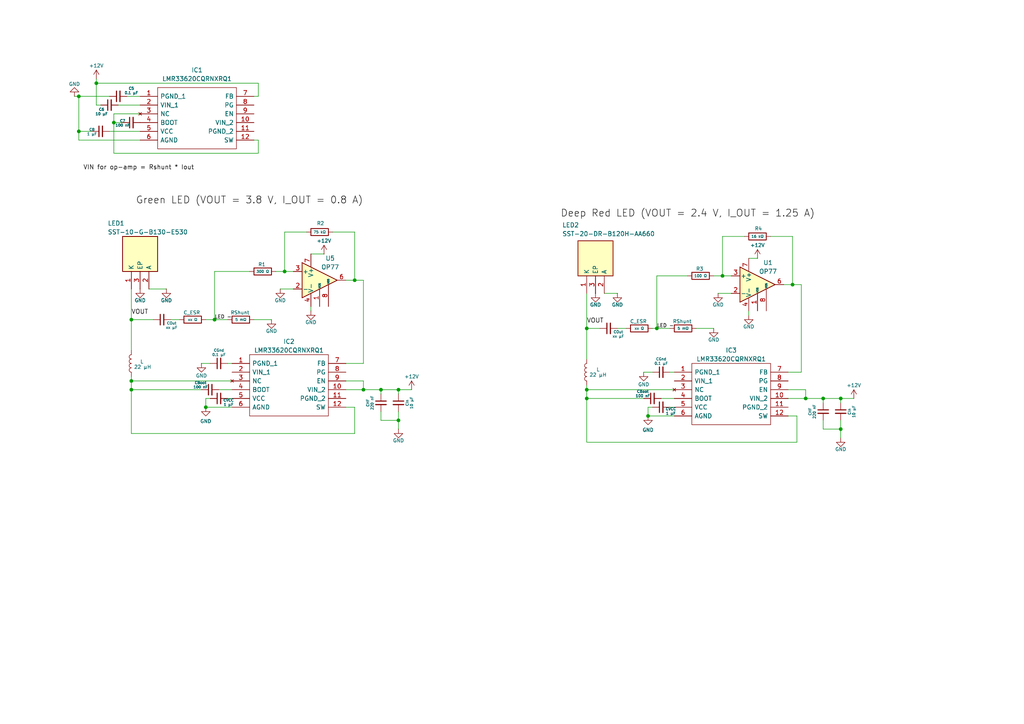
<source format=kicad_sch>
(kicad_sch
	(version 20231120)
	(generator "eeschema")
	(generator_version "8.0")
	(uuid "912b4980-1b82-42ef-99d8-83aae6d1e034")
	(paper "A4")
	(lib_symbols
		(symbol "Amplifier_Operational:OP77"
			(pin_names
				(offset 0.127)
			)
			(exclude_from_sim no)
			(in_bom yes)
			(on_board yes)
			(property "Reference" "U"
				(at 1.27 6.35 0)
				(effects
					(font
						(size 1.27 1.27)
					)
					(justify left)
				)
			)
			(property "Value" "OP77"
				(at 1.27 3.81 0)
				(effects
					(font
						(size 1.27 1.27)
					)
					(justify left)
				)
			)
			(property "Footprint" ""
				(at 1.27 1.27 0)
				(effects
					(font
						(size 1.27 1.27)
					)
					(hide yes)
				)
			)
			(property "Datasheet" "https://www.analog.com/media/en/technical-documentation/data-sheets/OP77.pdf"
				(at 1.27 3.81 0)
				(effects
					(font
						(size 1.27 1.27)
					)
					(hide yes)
				)
			)
			(property "Description" "Next Generation OP07 Ultralow Offset Voltage Operational Amplifier, DIP-8/TO-99-8"
				(at 0 0 0)
				(effects
					(font
						(size 1.27 1.27)
					)
					(hide yes)
				)
			)
			(property "ki_keywords" "single opamp"
				(at 0 0 0)
				(effects
					(font
						(size 1.27 1.27)
					)
					(hide yes)
				)
			)
			(property "ki_fp_filters" "DIP*W7.62mm* SOIC*3.9x4.9mm*P1.27mm* TO*99*"
				(at 0 0 0)
				(effects
					(font
						(size 1.27 1.27)
					)
					(hide yes)
				)
			)
			(symbol "OP77_0_1"
				(polyline
					(pts
						(xy -5.08 5.08) (xy 5.08 0) (xy -5.08 -5.08) (xy -5.08 5.08)
					)
					(stroke
						(width 0.254)
						(type default)
					)
					(fill
						(type background)
					)
				)
			)
			(symbol "OP77_1_1"
				(pin input line
					(at 0 -7.62 90)
					(length 5.08)
					(name "VOS"
						(effects
							(font
								(size 0.508 0.508)
							)
						)
					)
					(number "1"
						(effects
							(font
								(size 1.27 1.27)
							)
						)
					)
				)
				(pin input line
					(at -7.62 -2.54 0)
					(length 2.54)
					(name "-"
						(effects
							(font
								(size 1.27 1.27)
							)
						)
					)
					(number "2"
						(effects
							(font
								(size 1.27 1.27)
							)
						)
					)
				)
				(pin input line
					(at -7.62 2.54 0)
					(length 2.54)
					(name "+"
						(effects
							(font
								(size 1.27 1.27)
							)
						)
					)
					(number "3"
						(effects
							(font
								(size 1.27 1.27)
							)
						)
					)
				)
				(pin power_in line
					(at -2.54 -7.62 90)
					(length 3.81)
					(name "V-"
						(effects
							(font
								(size 1.27 1.27)
							)
						)
					)
					(number "4"
						(effects
							(font
								(size 1.27 1.27)
							)
						)
					)
				)
				(pin no_connect line
					(at 0 2.54 270)
					(length 2.54) hide
					(name "NC"
						(effects
							(font
								(size 1.27 1.27)
							)
						)
					)
					(number "5"
						(effects
							(font
								(size 1.27 1.27)
							)
						)
					)
				)
				(pin output line
					(at 7.62 0 180)
					(length 2.54)
					(name "~"
						(effects
							(font
								(size 1.27 1.27)
							)
						)
					)
					(number "6"
						(effects
							(font
								(size 1.27 1.27)
							)
						)
					)
				)
				(pin power_in line
					(at -2.54 7.62 270)
					(length 3.81)
					(name "V+"
						(effects
							(font
								(size 1.27 1.27)
							)
						)
					)
					(number "7"
						(effects
							(font
								(size 1.27 1.27)
							)
						)
					)
				)
				(pin input line
					(at 2.54 -7.62 90)
					(length 6.35)
					(name "VOS"
						(effects
							(font
								(size 0.508 0.508)
							)
						)
					)
					(number "8"
						(effects
							(font
								(size 1.27 1.27)
							)
						)
					)
				)
			)
		)
		(symbol "Device:C_Small"
			(pin_numbers hide)
			(pin_names
				(offset 0.254) hide)
			(exclude_from_sim no)
			(in_bom yes)
			(on_board yes)
			(property "Reference" "C"
				(at 0.254 1.778 0)
				(effects
					(font
						(size 1.27 1.27)
					)
					(justify left)
				)
			)
			(property "Value" "C_Small"
				(at 0.254 -2.032 0)
				(effects
					(font
						(size 1.27 1.27)
					)
					(justify left)
				)
			)
			(property "Footprint" ""
				(at 0 0 0)
				(effects
					(font
						(size 1.27 1.27)
					)
					(hide yes)
				)
			)
			(property "Datasheet" "~"
				(at 0 0 0)
				(effects
					(font
						(size 1.27 1.27)
					)
					(hide yes)
				)
			)
			(property "Description" "Unpolarized capacitor, small symbol"
				(at 0 0 0)
				(effects
					(font
						(size 1.27 1.27)
					)
					(hide yes)
				)
			)
			(property "ki_keywords" "capacitor cap"
				(at 0 0 0)
				(effects
					(font
						(size 1.27 1.27)
					)
					(hide yes)
				)
			)
			(property "ki_fp_filters" "C_*"
				(at 0 0 0)
				(effects
					(font
						(size 1.27 1.27)
					)
					(hide yes)
				)
			)
			(symbol "C_Small_0_1"
				(polyline
					(pts
						(xy -1.524 -0.508) (xy 1.524 -0.508)
					)
					(stroke
						(width 0.3302)
						(type default)
					)
					(fill
						(type none)
					)
				)
				(polyline
					(pts
						(xy -1.524 0.508) (xy 1.524 0.508)
					)
					(stroke
						(width 0.3048)
						(type default)
					)
					(fill
						(type none)
					)
				)
			)
			(symbol "C_Small_1_1"
				(pin passive line
					(at 0 2.54 270)
					(length 2.032)
					(name "~"
						(effects
							(font
								(size 1.27 1.27)
							)
						)
					)
					(number "1"
						(effects
							(font
								(size 1.27 1.27)
							)
						)
					)
				)
				(pin passive line
					(at 0 -2.54 90)
					(length 2.032)
					(name "~"
						(effects
							(font
								(size 1.27 1.27)
							)
						)
					)
					(number "2"
						(effects
							(font
								(size 1.27 1.27)
							)
						)
					)
				)
			)
		)
		(symbol "Device:L"
			(pin_numbers hide)
			(pin_names
				(offset 1.016) hide)
			(exclude_from_sim no)
			(in_bom yes)
			(on_board yes)
			(property "Reference" "L"
				(at -1.27 0 90)
				(effects
					(font
						(size 1.27 1.27)
					)
				)
			)
			(property "Value" "L"
				(at 1.905 0 90)
				(effects
					(font
						(size 1.27 1.27)
					)
				)
			)
			(property "Footprint" ""
				(at 0 0 0)
				(effects
					(font
						(size 1.27 1.27)
					)
					(hide yes)
				)
			)
			(property "Datasheet" "~"
				(at 0 0 0)
				(effects
					(font
						(size 1.27 1.27)
					)
					(hide yes)
				)
			)
			(property "Description" "Inductor"
				(at 0 0 0)
				(effects
					(font
						(size 1.27 1.27)
					)
					(hide yes)
				)
			)
			(property "ki_keywords" "inductor choke coil reactor magnetic"
				(at 0 0 0)
				(effects
					(font
						(size 1.27 1.27)
					)
					(hide yes)
				)
			)
			(property "ki_fp_filters" "Choke_* *Coil* Inductor_* L_*"
				(at 0 0 0)
				(effects
					(font
						(size 1.27 1.27)
					)
					(hide yes)
				)
			)
			(symbol "L_0_1"
				(arc
					(start 0 -2.54)
					(mid 0.6323 -1.905)
					(end 0 -1.27)
					(stroke
						(width 0)
						(type default)
					)
					(fill
						(type none)
					)
				)
				(arc
					(start 0 -1.27)
					(mid 0.6323 -0.635)
					(end 0 0)
					(stroke
						(width 0)
						(type default)
					)
					(fill
						(type none)
					)
				)
				(arc
					(start 0 0)
					(mid 0.6323 0.635)
					(end 0 1.27)
					(stroke
						(width 0)
						(type default)
					)
					(fill
						(type none)
					)
				)
				(arc
					(start 0 1.27)
					(mid 0.6323 1.905)
					(end 0 2.54)
					(stroke
						(width 0)
						(type default)
					)
					(fill
						(type none)
					)
				)
			)
			(symbol "L_1_1"
				(pin passive line
					(at 0 3.81 270)
					(length 1.27)
					(name "1"
						(effects
							(font
								(size 1.27 1.27)
							)
						)
					)
					(number "1"
						(effects
							(font
								(size 1.27 1.27)
							)
						)
					)
				)
				(pin passive line
					(at 0 -3.81 90)
					(length 1.27)
					(name "2"
						(effects
							(font
								(size 1.27 1.27)
							)
						)
					)
					(number "2"
						(effects
							(font
								(size 1.27 1.27)
							)
						)
					)
				)
			)
		)
		(symbol "Device:R"
			(pin_numbers hide)
			(pin_names
				(offset 0)
			)
			(exclude_from_sim no)
			(in_bom yes)
			(on_board yes)
			(property "Reference" "R"
				(at 2.032 0 90)
				(effects
					(font
						(size 1.27 1.27)
					)
				)
			)
			(property "Value" "R"
				(at 0 0 90)
				(effects
					(font
						(size 1.27 1.27)
					)
				)
			)
			(property "Footprint" ""
				(at -1.778 0 90)
				(effects
					(font
						(size 1.27 1.27)
					)
					(hide yes)
				)
			)
			(property "Datasheet" "~"
				(at 0 0 0)
				(effects
					(font
						(size 1.27 1.27)
					)
					(hide yes)
				)
			)
			(property "Description" "Resistor"
				(at 0 0 0)
				(effects
					(font
						(size 1.27 1.27)
					)
					(hide yes)
				)
			)
			(property "ki_keywords" "R res resistor"
				(at 0 0 0)
				(effects
					(font
						(size 1.27 1.27)
					)
					(hide yes)
				)
			)
			(property "ki_fp_filters" "R_*"
				(at 0 0 0)
				(effects
					(font
						(size 1.27 1.27)
					)
					(hide yes)
				)
			)
			(symbol "R_0_1"
				(rectangle
					(start -1.016 -2.54)
					(end 1.016 2.54)
					(stroke
						(width 0.254)
						(type default)
					)
					(fill
						(type none)
					)
				)
			)
			(symbol "R_1_1"
				(pin passive line
					(at 0 3.81 270)
					(length 1.27)
					(name "~"
						(effects
							(font
								(size 1.27 1.27)
							)
						)
					)
					(number "1"
						(effects
							(font
								(size 1.27 1.27)
							)
						)
					)
				)
				(pin passive line
					(at 0 -3.81 90)
					(length 1.27)
					(name "~"
						(effects
							(font
								(size 1.27 1.27)
							)
						)
					)
					(number "2"
						(effects
							(font
								(size 1.27 1.27)
							)
						)
					)
				)
			)
		)
		(symbol "LMR33620CQRNXRQ1:LMR33620CQRNXRQ1"
			(pin_names
				(offset 0.762)
			)
			(exclude_from_sim no)
			(in_bom yes)
			(on_board yes)
			(property "Reference" "IC"
				(at 29.21 7.62 0)
				(effects
					(font
						(size 1.27 1.27)
					)
					(justify left)
				)
			)
			(property "Value" "LMR33620CQRNXRQ1"
				(at 29.21 5.08 0)
				(effects
					(font
						(size 1.27 1.27)
					)
					(justify left)
				)
			)
			(property "Footprint" "LMR36015FSCQRNXTQ1"
				(at 29.21 2.54 0)
				(effects
					(font
						(size 1.27 1.27)
					)
					(justify left)
					(hide yes)
				)
			)
			(property "Datasheet" "https://www.ti.com/lit/gpn/lmr33620-q1"
				(at 29.21 0 0)
				(effects
					(font
						(size 1.27 1.27)
					)
					(justify left)
					(hide yes)
				)
			)
			(property "Description" "Conv DC-DC 3.8V to 36V Synchronous Step Down Single-Out 1V to 24V 2A Automotive 12-Pin VQFN-HR T/R"
				(at 0 0 0)
				(effects
					(font
						(size 1.27 1.27)
					)
					(hide yes)
				)
			)
			(property "Description_1" "Conv DC-DC 3.8V to 36V Synchronous Step Down Single-Out 1V to 24V 2A Automotive 12-Pin VQFN-HR T/R"
				(at 29.21 -2.54 0)
				(effects
					(font
						(size 1.27 1.27)
					)
					(justify left)
					(hide yes)
				)
			)
			(property "Height" "0.9"
				(at 29.21 -5.08 0)
				(effects
					(font
						(size 1.27 1.27)
					)
					(justify left)
					(hide yes)
				)
			)
			(property "Mouser Part Number" "595-LMR33620CQRNXRQ1"
				(at 29.21 -7.62 0)
				(effects
					(font
						(size 1.27 1.27)
					)
					(justify left)
					(hide yes)
				)
			)
			(property "Mouser Price/Stock" "https://www.mouser.co.uk/ProductDetail/Texas-Instruments/LMR33620CQRNXRQ1?qs=PqoDHHvF648ChHGHxEMweg%3D%3D"
				(at 29.21 -10.16 0)
				(effects
					(font
						(size 1.27 1.27)
					)
					(justify left)
					(hide yes)
				)
			)
			(property "Manufacturer_Name" "Texas Instruments"
				(at 29.21 -12.7 0)
				(effects
					(font
						(size 1.27 1.27)
					)
					(justify left)
					(hide yes)
				)
			)
			(property "Manufacturer_Part_Number" "LMR33620CQRNXRQ1"
				(at 29.21 -15.24 0)
				(effects
					(font
						(size 1.27 1.27)
					)
					(justify left)
					(hide yes)
				)
			)
			(symbol "LMR33620CQRNXRQ1_0_0"
				(pin passive line
					(at 0 0 0)
					(length 5.08)
					(name "PGND_1"
						(effects
							(font
								(size 1.27 1.27)
							)
						)
					)
					(number "1"
						(effects
							(font
								(size 1.27 1.27)
							)
						)
					)
				)
				(pin passive line
					(at 33.02 -7.62 180)
					(length 5.08)
					(name "VIN_2"
						(effects
							(font
								(size 1.27 1.27)
							)
						)
					)
					(number "10"
						(effects
							(font
								(size 1.27 1.27)
							)
						)
					)
				)
				(pin passive line
					(at 33.02 -10.16 180)
					(length 5.08)
					(name "PGND_2"
						(effects
							(font
								(size 1.27 1.27)
							)
						)
					)
					(number "11"
						(effects
							(font
								(size 1.27 1.27)
							)
						)
					)
				)
				(pin passive line
					(at 33.02 -12.7 180)
					(length 5.08)
					(name "SW"
						(effects
							(font
								(size 1.27 1.27)
							)
						)
					)
					(number "12"
						(effects
							(font
								(size 1.27 1.27)
							)
						)
					)
				)
				(pin passive line
					(at 0 -2.54 0)
					(length 5.08)
					(name "VIN_1"
						(effects
							(font
								(size 1.27 1.27)
							)
						)
					)
					(number "2"
						(effects
							(font
								(size 1.27 1.27)
							)
						)
					)
				)
				(pin no_connect line
					(at 0 -5.08 0)
					(length 5.08)
					(name "NC"
						(effects
							(font
								(size 1.27 1.27)
							)
						)
					)
					(number "3"
						(effects
							(font
								(size 1.27 1.27)
							)
						)
					)
				)
				(pin passive line
					(at 0 -7.62 0)
					(length 5.08)
					(name "BOOT"
						(effects
							(font
								(size 1.27 1.27)
							)
						)
					)
					(number "4"
						(effects
							(font
								(size 1.27 1.27)
							)
						)
					)
				)
				(pin passive line
					(at 0 -10.16 0)
					(length 5.08)
					(name "VCC"
						(effects
							(font
								(size 1.27 1.27)
							)
						)
					)
					(number "5"
						(effects
							(font
								(size 1.27 1.27)
							)
						)
					)
				)
				(pin passive line
					(at 0 -12.7 0)
					(length 5.08)
					(name "AGND"
						(effects
							(font
								(size 1.27 1.27)
							)
						)
					)
					(number "6"
						(effects
							(font
								(size 1.27 1.27)
							)
						)
					)
				)
				(pin passive line
					(at 33.02 0 180)
					(length 5.08)
					(name "FB"
						(effects
							(font
								(size 1.27 1.27)
							)
						)
					)
					(number "7"
						(effects
							(font
								(size 1.27 1.27)
							)
						)
					)
				)
				(pin passive line
					(at 33.02 -2.54 180)
					(length 5.08)
					(name "PG"
						(effects
							(font
								(size 1.27 1.27)
							)
						)
					)
					(number "8"
						(effects
							(font
								(size 1.27 1.27)
							)
						)
					)
				)
				(pin passive line
					(at 33.02 -5.08 180)
					(length 5.08)
					(name "EN"
						(effects
							(font
								(size 1.27 1.27)
							)
						)
					)
					(number "9"
						(effects
							(font
								(size 1.27 1.27)
							)
						)
					)
				)
			)
			(symbol "LMR33620CQRNXRQ1_0_1"
				(polyline
					(pts
						(xy 5.08 2.54) (xy 27.94 2.54) (xy 27.94 -15.24) (xy 5.08 -15.24) (xy 5.08 2.54)
					)
					(stroke
						(width 0.1524)
						(type solid)
					)
					(fill
						(type none)
					)
				)
			)
		)
		(symbol "SST-10-G-B130-E530:SST-10-G-B130-E530"
			(exclude_from_sim no)
			(in_bom yes)
			(on_board yes)
			(property "Reference" "LED"
				(at 16.51 7.62 0)
				(effects
					(font
						(size 1.27 1.27)
					)
					(justify left top)
				)
			)
			(property "Value" "SST-10-G-B130-E530"
				(at 16.51 5.08 0)
				(effects
					(font
						(size 1.27 1.27)
					)
					(justify left top)
				)
			)
			(property "Footprint" "SST10GB130E530"
				(at 16.51 -94.92 0)
				(effects
					(font
						(size 1.27 1.27)
					)
					(justify left top)
					(hide yes)
				)
			)
			(property "Datasheet" "https://download.luminus.com/datasheets/Luminus_SST-10-G_Datasheet.pdf"
				(at 16.51 -194.92 0)
				(effects
					(font
						(size 1.27 1.27)
					)
					(justify left top)
					(hide yes)
				)
			)
			(property "Description" "High Power LEDs - Single Color Green LED Emit 530nm, SST-10 Series"
				(at 0 0 0)
				(effects
					(font
						(size 1.27 1.27)
					)
					(hide yes)
				)
			)
			(property "Height" "2.03"
				(at 16.51 -394.92 0)
				(effects
					(font
						(size 1.27 1.27)
					)
					(justify left top)
					(hide yes)
				)
			)
			(property "Mouser Part Number" "896-SST10GB130E530"
				(at 16.51 -494.92 0)
				(effects
					(font
						(size 1.27 1.27)
					)
					(justify left top)
					(hide yes)
				)
			)
			(property "Mouser Price/Stock" "https://www.mouser.co.uk/ProductDetail/Luminus-Devices/SST-10-G-B130-E530?qs=byeeYqUIh0NWJqegOqjEoQ%3D%3D"
				(at 16.51 -594.92 0)
				(effects
					(font
						(size 1.27 1.27)
					)
					(justify left top)
					(hide yes)
				)
			)
			(property "Manufacturer_Name" "Luminus Devices Inc."
				(at 16.51 -694.92 0)
				(effects
					(font
						(size 1.27 1.27)
					)
					(justify left top)
					(hide yes)
				)
			)
			(property "Manufacturer_Part_Number" "SST-10-G-B130-E530"
				(at 16.51 -794.92 0)
				(effects
					(font
						(size 1.27 1.27)
					)
					(justify left top)
					(hide yes)
				)
			)
			(symbol "SST-10-G-B130-E530_1_1"
				(rectangle
					(start 5.08 2.54)
					(end 15.24 -7.62)
					(stroke
						(width 0.254)
						(type default)
					)
					(fill
						(type background)
					)
				)
				(pin passive line
					(at 0 0 0)
					(length 5.08)
					(name "K"
						(effects
							(font
								(size 1.27 1.27)
							)
						)
					)
					(number "1"
						(effects
							(font
								(size 1.27 1.27)
							)
						)
					)
				)
				(pin passive line
					(at 0 -5.08 0)
					(length 5.08)
					(name "A"
						(effects
							(font
								(size 1.27 1.27)
							)
						)
					)
					(number "2"
						(effects
							(font
								(size 1.27 1.27)
							)
						)
					)
				)
				(pin passive line
					(at 0 -2.54 0)
					(length 5.08)
					(name "EP"
						(effects
							(font
								(size 1.27 1.27)
							)
						)
					)
					(number "3"
						(effects
							(font
								(size 1.27 1.27)
							)
						)
					)
				)
			)
		)
		(symbol "SST-20-DR-B120H-AA660:SST-20-DR-B120H-AA660"
			(exclude_from_sim no)
			(in_bom yes)
			(on_board yes)
			(property "Reference" "LED"
				(at 16.51 7.62 0)
				(effects
					(font
						(size 1.27 1.27)
					)
					(justify left top)
				)
			)
			(property "Value" "SST-20-DR-B120H-AA660"
				(at 16.51 5.08 0)
				(effects
					(font
						(size 1.27 1.27)
					)
					(justify left top)
				)
			)
			(property "Footprint" "SST20DRB120HAA660"
				(at 16.51 -94.92 0)
				(effects
					(font
						(size 1.27 1.27)
					)
					(justify left top)
					(hide yes)
				)
			)
			(property "Datasheet" "https://download.luminus.com/datasheets/Luminus_SST-20-DRH_Gen3_Datasheet.pdf"
				(at 16.51 -194.92 0)
				(effects
					(font
						(size 1.27 1.27)
					)
					(justify left top)
					(hide yes)
				)
			)
			(property "Description" "High Power LEDs - Single Color Deep Red LED 660 nm ,SST-20 Series"
				(at 0 0 0)
				(effects
					(font
						(size 1.27 1.27)
					)
					(hide yes)
				)
			)
			(property "Height" "2.11"
				(at 16.51 -394.92 0)
				(effects
					(font
						(size 1.27 1.27)
					)
					(justify left top)
					(hide yes)
				)
			)
			(property "Mouser Part Number" "896-SST20DRB120HAA66"
				(at 16.51 -494.92 0)
				(effects
					(font
						(size 1.27 1.27)
					)
					(justify left top)
					(hide yes)
				)
			)
			(property "Mouser Price/Stock" "https://www.mouser.co.uk/ProductDetail/Luminus-Devices/SST-20-DR-B120H-AA660?qs=tlsG%2FOw5FFghCLTHcaJGVw%3D%3D"
				(at 16.51 -594.92 0)
				(effects
					(font
						(size 1.27 1.27)
					)
					(justify left top)
					(hide yes)
				)
			)
			(property "Manufacturer_Name" "Luminus Devices Inc."
				(at 16.51 -694.92 0)
				(effects
					(font
						(size 1.27 1.27)
					)
					(justify left top)
					(hide yes)
				)
			)
			(property "Manufacturer_Part_Number" "SST-20-DR-B120H-AA660"
				(at 16.51 -794.92 0)
				(effects
					(font
						(size 1.27 1.27)
					)
					(justify left top)
					(hide yes)
				)
			)
			(symbol "SST-20-DR-B120H-AA660_1_1"
				(rectangle
					(start 5.08 2.54)
					(end 15.24 -7.62)
					(stroke
						(width 0.254)
						(type default)
					)
					(fill
						(type background)
					)
				)
				(pin passive line
					(at 0 0 0)
					(length 5.08)
					(name "K"
						(effects
							(font
								(size 1.27 1.27)
							)
						)
					)
					(number "1"
						(effects
							(font
								(size 1.27 1.27)
							)
						)
					)
				)
				(pin passive line
					(at 0 -5.08 0)
					(length 5.08)
					(name "A"
						(effects
							(font
								(size 1.27 1.27)
							)
						)
					)
					(number "2"
						(effects
							(font
								(size 1.27 1.27)
							)
						)
					)
				)
				(pin passive line
					(at 0 -2.54 0)
					(length 5.08)
					(name "EP"
						(effects
							(font
								(size 1.27 1.27)
							)
						)
					)
					(number "3"
						(effects
							(font
								(size 1.27 1.27)
							)
						)
					)
				)
			)
		)
		(symbol "power:+12V"
			(power)
			(pin_numbers hide)
			(pin_names
				(offset 0) hide)
			(exclude_from_sim no)
			(in_bom yes)
			(on_board yes)
			(property "Reference" "#PWR"
				(at 0 -3.81 0)
				(effects
					(font
						(size 1.27 1.27)
					)
					(hide yes)
				)
			)
			(property "Value" "+12V"
				(at 0 3.556 0)
				(effects
					(font
						(size 1.27 1.27)
					)
				)
			)
			(property "Footprint" ""
				(at 0 0 0)
				(effects
					(font
						(size 1.27 1.27)
					)
					(hide yes)
				)
			)
			(property "Datasheet" ""
				(at 0 0 0)
				(effects
					(font
						(size 1.27 1.27)
					)
					(hide yes)
				)
			)
			(property "Description" "Power symbol creates a global label with name \"+12V\""
				(at 0 0 0)
				(effects
					(font
						(size 1.27 1.27)
					)
					(hide yes)
				)
			)
			(property "ki_keywords" "global power"
				(at 0 0 0)
				(effects
					(font
						(size 1.27 1.27)
					)
					(hide yes)
				)
			)
			(symbol "+12V_0_1"
				(polyline
					(pts
						(xy -0.762 1.27) (xy 0 2.54)
					)
					(stroke
						(width 0)
						(type default)
					)
					(fill
						(type none)
					)
				)
				(polyline
					(pts
						(xy 0 0) (xy 0 2.54)
					)
					(stroke
						(width 0)
						(type default)
					)
					(fill
						(type none)
					)
				)
				(polyline
					(pts
						(xy 0 2.54) (xy 0.762 1.27)
					)
					(stroke
						(width 0)
						(type default)
					)
					(fill
						(type none)
					)
				)
			)
			(symbol "+12V_1_1"
				(pin power_in line
					(at 0 0 90)
					(length 0)
					(name "~"
						(effects
							(font
								(size 1.27 1.27)
							)
						)
					)
					(number "1"
						(effects
							(font
								(size 1.27 1.27)
							)
						)
					)
				)
			)
		)
		(symbol "power:GND"
			(power)
			(pin_numbers hide)
			(pin_names
				(offset 0) hide)
			(exclude_from_sim no)
			(in_bom yes)
			(on_board yes)
			(property "Reference" "#PWR"
				(at 0 -6.35 0)
				(effects
					(font
						(size 1.27 1.27)
					)
					(hide yes)
				)
			)
			(property "Value" "GND"
				(at 0 -3.81 0)
				(effects
					(font
						(size 1.27 1.27)
					)
				)
			)
			(property "Footprint" ""
				(at 0 0 0)
				(effects
					(font
						(size 1.27 1.27)
					)
					(hide yes)
				)
			)
			(property "Datasheet" ""
				(at 0 0 0)
				(effects
					(font
						(size 1.27 1.27)
					)
					(hide yes)
				)
			)
			(property "Description" "Power symbol creates a global label with name \"GND\" , ground"
				(at 0 0 0)
				(effects
					(font
						(size 1.27 1.27)
					)
					(hide yes)
				)
			)
			(property "ki_keywords" "global power"
				(at 0 0 0)
				(effects
					(font
						(size 1.27 1.27)
					)
					(hide yes)
				)
			)
			(symbol "GND_0_1"
				(polyline
					(pts
						(xy 0 0) (xy 0 -1.27) (xy 1.27 -1.27) (xy 0 -2.54) (xy -1.27 -1.27) (xy 0 -1.27)
					)
					(stroke
						(width 0)
						(type default)
					)
					(fill
						(type none)
					)
				)
			)
			(symbol "GND_1_1"
				(pin power_in line
					(at 0 0 270)
					(length 0)
					(name "~"
						(effects
							(font
								(size 1.27 1.27)
							)
						)
					)
					(number "1"
						(effects
							(font
								(size 1.27 1.27)
							)
						)
					)
				)
			)
		)
	)
	(junction
		(at 62.23 92.71)
		(diameter 0)
		(color 0 0 0 0)
		(uuid "1a8df04b-0986-46d2-bee9-f0f2d644eac0")
	)
	(junction
		(at 115.57 113.03)
		(diameter 0)
		(color 0 0 0 0)
		(uuid "22bc5fec-d9a8-4268-9640-8ba0959b9e93")
	)
	(junction
		(at 229.87 82.55)
		(diameter 0)
		(color 0 0 0 0)
		(uuid "25e0f1e4-7bb3-4e78-90f0-b867362a3fe4")
	)
	(junction
		(at 102.87 81.28)
		(diameter 0)
		(color 0 0 0 0)
		(uuid "28f9760e-1107-4047-869b-558cbe4c9609")
	)
	(junction
		(at 38.1 92.71)
		(diameter 0)
		(color 0 0 0 0)
		(uuid "3b77ff8b-a770-44b8-9790-5eedfc141694")
	)
	(junction
		(at 105.41 113.03)
		(diameter 0)
		(color 0 0 0 0)
		(uuid "42b6ba8a-be41-4a2d-8459-758d0f7c39c4")
	)
	(junction
		(at 209.55 80.01)
		(diameter 0)
		(color 0 0 0 0)
		(uuid "4fc672cf-f628-44e5-aed3-488c1269e958")
	)
	(junction
		(at 115.57 121.92)
		(diameter 0)
		(color 0 0 0 0)
		(uuid "54fa73ec-3dae-4c30-a499-eda4d3d8dfa5")
	)
	(junction
		(at 33.02 35.56)
		(diameter 0)
		(color 0 0 0 0)
		(uuid "625e1887-cbc2-4308-aa09-c75f5ad7e104")
	)
	(junction
		(at 243.84 115.57)
		(diameter 0)
		(color 0 0 0 0)
		(uuid "6d91dfd3-09ff-4228-ac32-ebff0985d302")
	)
	(junction
		(at 110.49 113.03)
		(diameter 0)
		(color 0 0 0 0)
		(uuid "6ece5d9d-bd0b-490e-bbf8-827fb4bec5c7")
	)
	(junction
		(at 170.18 113.03)
		(diameter 0)
		(color 0 0 0 0)
		(uuid "86e41593-51d2-473d-86f5-828103878293")
	)
	(junction
		(at 170.18 115.57)
		(diameter 0)
		(color 0 0 0 0)
		(uuid "8bd34e1f-19da-4061-8f91-ac1cb99bd27d")
	)
	(junction
		(at 38.1 113.03)
		(diameter 0)
		(color 0 0 0 0)
		(uuid "8d049ff4-e289-4cc1-b0b0-1db5066c4de5")
	)
	(junction
		(at 22.86 38.1)
		(diameter 0)
		(color 0 0 0 0)
		(uuid "9330bd4b-4f75-4cf8-829f-f464a24aa01e")
	)
	(junction
		(at 170.18 95.25)
		(diameter 0)
		(color 0 0 0 0)
		(uuid "af22c051-c180-4bbb-b422-bdd845fad469")
	)
	(junction
		(at 233.68 115.57)
		(diameter 0)
		(color 0 0 0 0)
		(uuid "b2ff570d-6e80-4c46-9e80-324a4ced1495")
	)
	(junction
		(at 59.69 118.11)
		(diameter 0)
		(color 0 0 0 0)
		(uuid "bcd19a8b-4dec-4484-ba54-48c6689876cd")
	)
	(junction
		(at 22.86 27.94)
		(diameter 0)
		(color 0 0 0 0)
		(uuid "bd845819-687f-464a-89b1-ef2df097e455")
	)
	(junction
		(at 27.94 24.13)
		(diameter 0)
		(color 0 0 0 0)
		(uuid "c7d07e0a-6c2f-4f10-a250-39bfdee93333")
	)
	(junction
		(at 38.1 110.49)
		(diameter 0)
		(color 0 0 0 0)
		(uuid "d73fd151-e4bc-48aa-8012-144c2ed65eed")
	)
	(junction
		(at 190.5 95.25)
		(diameter 0)
		(color 0 0 0 0)
		(uuid "e2c13f01-1207-4dcc-96bf-d51a98f12960")
	)
	(junction
		(at 82.55 78.74)
		(diameter 0)
		(color 0 0 0 0)
		(uuid "f0df5ff2-c80f-4dc3-a2de-b079cf8e83e5")
	)
	(junction
		(at 238.76 115.57)
		(diameter 0)
		(color 0 0 0 0)
		(uuid "f4cde61c-8b82-4691-811f-74b42360e162")
	)
	(junction
		(at 187.96 120.65)
		(diameter 0)
		(color 0 0 0 0)
		(uuid "f52852a1-d477-4660-a569-6bed503d4a60")
	)
	(junction
		(at 243.84 124.46)
		(diameter 0)
		(color 0 0 0 0)
		(uuid "f9906988-b0ee-4cdd-b77e-80f1bbbdae5d")
	)
	(wire
		(pts
			(xy 170.18 115.57) (xy 170.18 113.03)
		)
		(stroke
			(width 0)
			(type default)
		)
		(uuid "014f8e33-8e39-4a1c-871b-7cc693ab1578")
	)
	(wire
		(pts
			(xy 231.14 120.65) (xy 231.14 128.27)
		)
		(stroke
			(width 0)
			(type default)
		)
		(uuid "045e6d6a-da8c-4b87-8ee5-14c797511b7d")
	)
	(wire
		(pts
			(xy 105.41 105.41) (xy 100.33 105.41)
		)
		(stroke
			(width 0)
			(type default)
		)
		(uuid "068c4004-3a78-46df-9b3f-695d20d5ad70")
	)
	(wire
		(pts
			(xy 74.93 44.45) (xy 33.02 44.45)
		)
		(stroke
			(width 0)
			(type default)
		)
		(uuid "09291f3c-aa49-47a5-af57-db156b8ca1cf")
	)
	(wire
		(pts
			(xy 31.75 38.1) (xy 40.64 38.1)
		)
		(stroke
			(width 0)
			(type default)
		)
		(uuid "0d2d0172-35f8-4f95-97ac-32688ddd8261")
	)
	(wire
		(pts
			(xy 74.93 40.64) (xy 74.93 44.45)
		)
		(stroke
			(width 0)
			(type default)
		)
		(uuid "1100b00a-d02d-4b37-a96b-0a1d8f73997c")
	)
	(wire
		(pts
			(xy 74.93 27.94) (xy 73.66 27.94)
		)
		(stroke
			(width 0)
			(type default)
		)
		(uuid "149f4ec7-e564-40c3-8651-23e2e03ac97c")
	)
	(wire
		(pts
			(xy 102.87 125.73) (xy 38.1 125.73)
		)
		(stroke
			(width 0)
			(type default)
		)
		(uuid "1568ca8a-cde8-423b-8ac3-4c10c29814f2")
	)
	(wire
		(pts
			(xy 110.49 121.92) (xy 115.57 121.92)
		)
		(stroke
			(width 0)
			(type default)
		)
		(uuid "16da7b24-d714-4817-b673-aadb5b376a26")
	)
	(wire
		(pts
			(xy 59.69 115.57) (xy 59.69 118.11)
		)
		(stroke
			(width 0)
			(type default)
		)
		(uuid "1dea0f4b-83eb-47c6-9b1b-5657ae3b175f")
	)
	(wire
		(pts
			(xy 38.1 113.03) (xy 38.1 110.49)
		)
		(stroke
			(width 0)
			(type default)
		)
		(uuid "2053f498-aca7-4dd2-bffe-1c5f7b555aee")
	)
	(wire
		(pts
			(xy 38.1 109.22) (xy 38.1 110.49)
		)
		(stroke
			(width 0)
			(type default)
		)
		(uuid "20695569-9686-4469-9cb2-f3efe08c48d8")
	)
	(wire
		(pts
			(xy 33.02 44.45) (xy 33.02 35.56)
		)
		(stroke
			(width 0)
			(type default)
		)
		(uuid "22e95b0f-0567-4500-ab5f-ce5f9818f9ee")
	)
	(wire
		(pts
			(xy 187.96 118.11) (xy 189.23 118.11)
		)
		(stroke
			(width 0)
			(type default)
		)
		(uuid "23834d56-13fd-4403-8848-3741a42593cc")
	)
	(wire
		(pts
			(xy 22.86 38.1) (xy 22.86 27.94)
		)
		(stroke
			(width 0)
			(type default)
		)
		(uuid "23af2f89-325d-43aa-ad99-9b248d114d95")
	)
	(wire
		(pts
			(xy 38.1 92.71) (xy 44.45 92.71)
		)
		(stroke
			(width 0)
			(type default)
		)
		(uuid "25644bd3-4eb0-4a2c-87f5-ea1e5f82ec1f")
	)
	(wire
		(pts
			(xy 73.66 92.71) (xy 78.74 92.71)
		)
		(stroke
			(width 0)
			(type default)
		)
		(uuid "25a2f484-4f45-4efd-99dc-c0c3c43371f1")
	)
	(wire
		(pts
			(xy 49.53 92.71) (xy 52.07 92.71)
		)
		(stroke
			(width 0)
			(type default)
		)
		(uuid "265bf1fa-6867-4999-ad46-a28b2155bb10")
	)
	(wire
		(pts
			(xy 27.94 24.13) (xy 27.94 30.48)
		)
		(stroke
			(width 0)
			(type default)
		)
		(uuid "2af30b05-dd5a-4194-b545-e06fe92f81db")
	)
	(wire
		(pts
			(xy 38.1 113.03) (xy 58.42 113.03)
		)
		(stroke
			(width 0)
			(type default)
		)
		(uuid "2b7fa9e1-0237-4abe-9578-259ebd7e9f6f")
	)
	(wire
		(pts
			(xy 73.66 40.64) (xy 74.93 40.64)
		)
		(stroke
			(width 0)
			(type default)
		)
		(uuid "33b774ad-8326-4103-a92f-b6af2156f9a9")
	)
	(wire
		(pts
			(xy 62.23 92.71) (xy 66.04 92.71)
		)
		(stroke
			(width 0)
			(type default)
		)
		(uuid "340a9c35-ee11-4d09-994f-b89588c08980")
	)
	(wire
		(pts
			(xy 58.42 105.41) (xy 60.96 105.41)
		)
		(stroke
			(width 0)
			(type default)
		)
		(uuid "34b49c4a-6688-4dc6-9a86-aa8fce05eb8f")
	)
	(wire
		(pts
			(xy 100.33 118.11) (xy 102.87 118.11)
		)
		(stroke
			(width 0)
			(type default)
		)
		(uuid "3839b48f-4455-4dcc-bd60-ec4cbc7e5bc3")
	)
	(wire
		(pts
			(xy 207.01 80.01) (xy 209.55 80.01)
		)
		(stroke
			(width 0)
			(type default)
		)
		(uuid "38b8a00c-e90f-4023-8e5d-172dfc9fc6ae")
	)
	(wire
		(pts
			(xy 217.17 90.17) (xy 217.17 91.44)
		)
		(stroke
			(width 0)
			(type default)
		)
		(uuid "3a147353-c942-468b-a27f-9c3ed12d8746")
	)
	(wire
		(pts
			(xy 63.5 113.03) (xy 67.31 113.03)
		)
		(stroke
			(width 0)
			(type default)
		)
		(uuid "3dc79b19-2bf3-4164-8624-d3e30fa0c1c1")
	)
	(wire
		(pts
			(xy 33.02 35.56) (xy 33.02 33.02)
		)
		(stroke
			(width 0)
			(type default)
		)
		(uuid "406aab3f-9bbd-4884-8f03-6653e38e4993")
	)
	(wire
		(pts
			(xy 62.23 78.74) (xy 72.39 78.74)
		)
		(stroke
			(width 0)
			(type default)
		)
		(uuid "436950b2-e07c-4d56-bbba-4fd1a510843b")
	)
	(wire
		(pts
			(xy 59.69 115.57) (xy 60.96 115.57)
		)
		(stroke
			(width 0)
			(type default)
		)
		(uuid "44c5f1a0-22e0-4a3b-afc5-10ac050b57db")
	)
	(wire
		(pts
			(xy 90.17 88.9) (xy 90.17 90.17)
		)
		(stroke
			(width 0)
			(type default)
		)
		(uuid "44e99ef7-015a-4fb4-a75d-7ad377cab71b")
	)
	(wire
		(pts
			(xy 93.98 73.66) (xy 90.17 73.66)
		)
		(stroke
			(width 0)
			(type default)
		)
		(uuid "4505072c-3013-480b-8aa6-b5dae33f6f69")
	)
	(wire
		(pts
			(xy 219.71 74.93) (xy 217.17 74.93)
		)
		(stroke
			(width 0)
			(type default)
		)
		(uuid "49ac9338-4bc0-47f1-a1fd-120e5aded4fd")
	)
	(wire
		(pts
			(xy 179.07 95.25) (xy 181.61 95.25)
		)
		(stroke
			(width 0)
			(type default)
		)
		(uuid "49fd51ec-7876-4201-bf1c-655eb044200a")
	)
	(wire
		(pts
			(xy 190.5 95.25) (xy 190.5 80.01)
		)
		(stroke
			(width 0)
			(type default)
		)
		(uuid "4bb1d782-e710-42d7-9609-547b02b95300")
	)
	(wire
		(pts
			(xy 66.04 105.41) (xy 67.31 105.41)
		)
		(stroke
			(width 0)
			(type default)
		)
		(uuid "4d9e248e-38d8-4686-b47a-9a4193d77ee5")
	)
	(wire
		(pts
			(xy 110.49 119.38) (xy 110.49 121.92)
		)
		(stroke
			(width 0)
			(type default)
		)
		(uuid "55565b6b-89ff-411a-a6ec-e86eea13060b")
	)
	(wire
		(pts
			(xy 102.87 67.31) (xy 102.87 81.28)
		)
		(stroke
			(width 0)
			(type default)
		)
		(uuid "5719eb7d-47db-4303-92ee-6187c234ba46")
	)
	(wire
		(pts
			(xy 22.86 40.64) (xy 22.86 38.1)
		)
		(stroke
			(width 0)
			(type default)
		)
		(uuid "582f77eb-bd38-4a0d-aa79-4f56d6afea0c")
	)
	(wire
		(pts
			(xy 170.18 113.03) (xy 195.58 113.03)
		)
		(stroke
			(width 0)
			(type default)
		)
		(uuid "595f967c-b160-4513-8d66-635aa87c6a8e")
	)
	(wire
		(pts
			(xy 227.33 82.55) (xy 229.87 82.55)
		)
		(stroke
			(width 0)
			(type default)
		)
		(uuid "6206f31a-69dc-4168-a024-5c8a01d78447")
	)
	(wire
		(pts
			(xy 243.84 116.84) (xy 243.84 115.57)
		)
		(stroke
			(width 0)
			(type default)
		)
		(uuid "692985a4-eafc-4a6d-a7eb-af754edd17c8")
	)
	(wire
		(pts
			(xy 232.41 107.95) (xy 228.6 107.95)
		)
		(stroke
			(width 0)
			(type default)
		)
		(uuid "6a9249fa-d50c-4447-a97a-c1af52e6704e")
	)
	(wire
		(pts
			(xy 170.18 95.25) (xy 173.99 95.25)
		)
		(stroke
			(width 0)
			(type default)
		)
		(uuid "6b5e5c3c-0f93-444b-b909-70b45d586e1e")
	)
	(wire
		(pts
			(xy 22.86 27.94) (xy 31.75 27.94)
		)
		(stroke
			(width 0)
			(type default)
		)
		(uuid "6c3246eb-62a8-4ec9-b5c2-16d746657719")
	)
	(wire
		(pts
			(xy 102.87 118.11) (xy 102.87 125.73)
		)
		(stroke
			(width 0)
			(type default)
		)
		(uuid "6d19cba9-4bab-4bc8-bbc3-9a733c861fd4")
	)
	(wire
		(pts
			(xy 228.6 113.03) (xy 233.68 113.03)
		)
		(stroke
			(width 0)
			(type default)
		)
		(uuid "6e523fd6-e3dd-42ec-bdad-185be5e69514")
	)
	(wire
		(pts
			(xy 170.18 128.27) (xy 170.18 115.57)
		)
		(stroke
			(width 0)
			(type default)
		)
		(uuid "6e5df089-2c1f-4427-a52c-bdbc58ae29e0")
	)
	(wire
		(pts
			(xy 232.41 82.55) (xy 232.41 107.95)
		)
		(stroke
			(width 0)
			(type default)
		)
		(uuid "6fd105cd-36e6-4ea5-aa8e-430581027149")
	)
	(wire
		(pts
			(xy 21.59 27.94) (xy 22.86 27.94)
		)
		(stroke
			(width 0)
			(type default)
		)
		(uuid "705f9599-c1c0-402d-a764-e5623b2e5153")
	)
	(wire
		(pts
			(xy 201.93 95.25) (xy 207.01 95.25)
		)
		(stroke
			(width 0)
			(type default)
		)
		(uuid "71483620-63b1-47b8-b481-bd591d27180b")
	)
	(wire
		(pts
			(xy 189.23 95.25) (xy 190.5 95.25)
		)
		(stroke
			(width 0)
			(type default)
		)
		(uuid "73bf56f8-0872-48b0-a085-1a02c606d128")
	)
	(wire
		(pts
			(xy 170.18 115.57) (xy 186.69 115.57)
		)
		(stroke
			(width 0)
			(type default)
		)
		(uuid "780e6b62-74ed-4a7e-b57c-b2aaa2861e29")
	)
	(wire
		(pts
			(xy 115.57 124.46) (xy 115.57 121.92)
		)
		(stroke
			(width 0)
			(type default)
		)
		(uuid "790fafb4-840c-473b-b459-62ef68ae38e6")
	)
	(wire
		(pts
			(xy 223.52 68.58) (xy 229.87 68.58)
		)
		(stroke
			(width 0)
			(type default)
		)
		(uuid "7c42f1e7-2d40-47f7-92b7-85122aabf33e")
	)
	(wire
		(pts
			(xy 66.04 115.57) (xy 67.31 115.57)
		)
		(stroke
			(width 0)
			(type default)
		)
		(uuid "7fb8063d-016b-43b4-8271-0705b5ff5a92")
	)
	(wire
		(pts
			(xy 238.76 121.92) (xy 238.76 124.46)
		)
		(stroke
			(width 0)
			(type default)
		)
		(uuid "80a7c52c-b4cb-44a1-9872-ae824f9da687")
	)
	(wire
		(pts
			(xy 194.31 107.95) (xy 195.58 107.95)
		)
		(stroke
			(width 0)
			(type default)
		)
		(uuid "823b1f23-0799-43fa-8865-d5aebcb01816")
	)
	(wire
		(pts
			(xy 80.01 78.74) (xy 82.55 78.74)
		)
		(stroke
			(width 0)
			(type default)
		)
		(uuid "84482514-167b-4736-9ec4-15c692165527")
	)
	(wire
		(pts
			(xy 105.41 81.28) (xy 105.41 105.41)
		)
		(stroke
			(width 0)
			(type default)
		)
		(uuid "845614cc-fef1-4fd2-b393-71fa645a964e")
	)
	(wire
		(pts
			(xy 62.23 92.71) (xy 62.23 78.74)
		)
		(stroke
			(width 0)
			(type default)
		)
		(uuid "87ab5269-67bd-4425-91aa-124d01a5ef54")
	)
	(wire
		(pts
			(xy 38.1 110.49) (xy 67.31 110.49)
		)
		(stroke
			(width 0)
			(type default)
		)
		(uuid "87f9f393-b7a6-4f9b-90ff-4da1d2a9956a")
	)
	(wire
		(pts
			(xy 33.02 33.02) (xy 40.64 33.02)
		)
		(stroke
			(width 0)
			(type default)
		)
		(uuid "8b85224c-ed04-46d4-9c99-633e7e870841")
	)
	(wire
		(pts
			(xy 105.41 113.03) (xy 100.33 113.03)
		)
		(stroke
			(width 0)
			(type default)
		)
		(uuid "8c8d313b-c57d-4983-ae98-934285de8c4a")
	)
	(wire
		(pts
			(xy 175.26 85.09) (xy 179.07 85.09)
		)
		(stroke
			(width 0)
			(type default)
		)
		(uuid "8edc5284-9473-41ba-8c39-20834798134f")
	)
	(wire
		(pts
			(xy 38.1 83.82) (xy 38.1 92.71)
		)
		(stroke
			(width 0)
			(type default)
		)
		(uuid "921e4042-6872-47fe-be90-a8eae12bbdfc")
	)
	(wire
		(pts
			(xy 100.33 81.28) (xy 102.87 81.28)
		)
		(stroke
			(width 0)
			(type default)
		)
		(uuid "926a6e60-6bfe-436e-86b0-bb2d2eb32bdc")
	)
	(wire
		(pts
			(xy 194.31 118.11) (xy 195.58 118.11)
		)
		(stroke
			(width 0)
			(type default)
		)
		(uuid "92bf4681-f1ce-4e7f-9fbb-19c23a462532")
	)
	(wire
		(pts
			(xy 38.1 92.71) (xy 38.1 101.6)
		)
		(stroke
			(width 0)
			(type default)
		)
		(uuid "93763e7a-fc50-4565-b4b3-77b6da7a9995")
	)
	(wire
		(pts
			(xy 100.33 110.49) (xy 105.41 110.49)
		)
		(stroke
			(width 0)
			(type default)
		)
		(uuid "93c03307-3995-4a20-9bd0-2b53ac1babd5")
	)
	(wire
		(pts
			(xy 190.5 80.01) (xy 199.39 80.01)
		)
		(stroke
			(width 0)
			(type default)
		)
		(uuid "94e54353-62ac-4f9f-9b1a-142190b32bf3")
	)
	(wire
		(pts
			(xy 59.69 118.11) (xy 67.31 118.11)
		)
		(stroke
			(width 0)
			(type default)
		)
		(uuid "9702fb66-539a-4f13-a963-a1a2d667a075")
	)
	(wire
		(pts
			(xy 186.69 107.95) (xy 189.23 107.95)
		)
		(stroke
			(width 0)
			(type default)
		)
		(uuid "97cfd527-30eb-4110-83e5-03522e9264c0")
	)
	(wire
		(pts
			(xy 243.84 124.46) (xy 243.84 121.92)
		)
		(stroke
			(width 0)
			(type default)
		)
		(uuid "9989832d-0bea-4535-b2a4-41da76501b99")
	)
	(wire
		(pts
			(xy 43.18 83.82) (xy 48.26 83.82)
		)
		(stroke
			(width 0)
			(type default)
		)
		(uuid "999eac58-ba14-4fee-ad41-a10f0d0e7519")
	)
	(wire
		(pts
			(xy 115.57 121.92) (xy 115.57 119.38)
		)
		(stroke
			(width 0)
			(type default)
		)
		(uuid "a2eda255-8eba-4b96-96ee-78deccbf4ec9")
	)
	(wire
		(pts
			(xy 170.18 111.76) (xy 170.18 113.03)
		)
		(stroke
			(width 0)
			(type default)
		)
		(uuid "a3284742-1c60-49d6-b783-953b25cf0c0a")
	)
	(wire
		(pts
			(xy 40.64 40.64) (xy 22.86 40.64)
		)
		(stroke
			(width 0)
			(type default)
		)
		(uuid "a3d314ba-21d6-4594-8b8c-7a210dc51f20")
	)
	(wire
		(pts
			(xy 27.94 30.48) (xy 29.21 30.48)
		)
		(stroke
			(width 0)
			(type default)
		)
		(uuid "a3e389c1-e42c-4ff8-8c8f-0ad5376c8ef0")
	)
	(wire
		(pts
			(xy 187.96 118.11) (xy 187.96 120.65)
		)
		(stroke
			(width 0)
			(type default)
		)
		(uuid "a40111ff-02d7-4be0-a75c-a48a4d517a9b")
	)
	(wire
		(pts
			(xy 105.41 110.49) (xy 105.41 113.03)
		)
		(stroke
			(width 0)
			(type default)
		)
		(uuid "a7f36a10-a0b2-4797-9c75-87541f918e29")
	)
	(wire
		(pts
			(xy 38.1 125.73) (xy 38.1 113.03)
		)
		(stroke
			(width 0)
			(type default)
		)
		(uuid "a9027781-e874-4d4f-905a-a601c3530810")
	)
	(wire
		(pts
			(xy 243.84 115.57) (xy 238.76 115.57)
		)
		(stroke
			(width 0)
			(type default)
		)
		(uuid "a93e484a-5088-41fb-895f-b966d42f16bb")
	)
	(wire
		(pts
			(xy 26.67 38.1) (xy 22.86 38.1)
		)
		(stroke
			(width 0)
			(type default)
		)
		(uuid "a9611641-0245-4775-8773-279b3a77d5a5")
	)
	(wire
		(pts
			(xy 105.41 113.03) (xy 110.49 113.03)
		)
		(stroke
			(width 0)
			(type default)
		)
		(uuid "abdc4258-89e2-4182-8682-e4077d079215")
	)
	(wire
		(pts
			(xy 102.87 81.28) (xy 105.41 81.28)
		)
		(stroke
			(width 0)
			(type default)
		)
		(uuid "b03f99fa-dc4e-426e-908f-3426f94e0d77")
	)
	(wire
		(pts
			(xy 82.55 78.74) (xy 82.55 67.31)
		)
		(stroke
			(width 0)
			(type default)
		)
		(uuid "b17890fd-22b4-4f68-a490-f94c75541bcf")
	)
	(wire
		(pts
			(xy 208.28 85.09) (xy 212.09 85.09)
		)
		(stroke
			(width 0)
			(type default)
		)
		(uuid "b39fe488-5cc3-4aa6-8c19-edadda7c7391")
	)
	(wire
		(pts
			(xy 228.6 120.65) (xy 231.14 120.65)
		)
		(stroke
			(width 0)
			(type default)
		)
		(uuid "b46b0999-0b64-4c18-bd2d-f89cea3f4d4f")
	)
	(wire
		(pts
			(xy 74.93 24.13) (xy 27.94 24.13)
		)
		(stroke
			(width 0)
			(type default)
		)
		(uuid "b583077d-fb95-49b6-beac-245a7ac050c2")
	)
	(wire
		(pts
			(xy 59.69 92.71) (xy 62.23 92.71)
		)
		(stroke
			(width 0)
			(type default)
		)
		(uuid "b6399e65-e2e1-4204-a317-deb019d64855")
	)
	(wire
		(pts
			(xy 190.5 95.25) (xy 194.31 95.25)
		)
		(stroke
			(width 0)
			(type default)
		)
		(uuid "b90766c3-dba6-4454-bcfd-f73ffc645619")
	)
	(wire
		(pts
			(xy 233.68 115.57) (xy 238.76 115.57)
		)
		(stroke
			(width 0)
			(type default)
		)
		(uuid "ba9bd1db-8918-4a52-a84f-8f2ea798902a")
	)
	(wire
		(pts
			(xy 36.83 27.94) (xy 40.64 27.94)
		)
		(stroke
			(width 0)
			(type default)
		)
		(uuid "bb1d43bc-700b-4765-ad3a-06eddb378123")
	)
	(wire
		(pts
			(xy 33.02 35.56) (xy 35.56 35.56)
		)
		(stroke
			(width 0)
			(type default)
		)
		(uuid "bbf470fe-dffb-487f-b748-da8c9b2e6a99")
	)
	(wire
		(pts
			(xy 119.38 113.03) (xy 115.57 113.03)
		)
		(stroke
			(width 0)
			(type default)
		)
		(uuid "be0031cf-1b13-4a01-960d-6dcb76e36da2")
	)
	(wire
		(pts
			(xy 238.76 124.46) (xy 243.84 124.46)
		)
		(stroke
			(width 0)
			(type default)
		)
		(uuid "c268d195-e07a-49d2-b5b2-2692ca8ab1da")
	)
	(wire
		(pts
			(xy 229.87 68.58) (xy 229.87 82.55)
		)
		(stroke
			(width 0)
			(type default)
		)
		(uuid "c53bb8f4-b182-4816-a5e8-8524f2996d03")
	)
	(wire
		(pts
			(xy 231.14 128.27) (xy 170.18 128.27)
		)
		(stroke
			(width 0)
			(type default)
		)
		(uuid "c5a6e43c-f0ef-4789-88cc-4d10d52978b7")
	)
	(wire
		(pts
			(xy 74.93 27.94) (xy 74.93 24.13)
		)
		(stroke
			(width 0)
			(type default)
		)
		(uuid "c5aaf8ce-99f7-42f1-bf77-3e64b4c8f655")
	)
	(wire
		(pts
			(xy 170.18 95.25) (xy 170.18 104.14)
		)
		(stroke
			(width 0)
			(type default)
		)
		(uuid "c72ac309-2adf-4986-8e58-29181b3958ba")
	)
	(wire
		(pts
			(xy 27.94 22.86) (xy 27.94 24.13)
		)
		(stroke
			(width 0)
			(type default)
		)
		(uuid "c786abb6-2c7d-4390-aec6-6990cfb2752f")
	)
	(wire
		(pts
			(xy 115.57 114.3) (xy 115.57 113.03)
		)
		(stroke
			(width 0)
			(type default)
		)
		(uuid "c82dd297-ce78-403f-a94e-07e63d3d4ec1")
	)
	(wire
		(pts
			(xy 170.18 85.09) (xy 170.18 95.25)
		)
		(stroke
			(width 0)
			(type default)
		)
		(uuid "c85282bb-fcce-4837-bc89-7d31b88a329c")
	)
	(wire
		(pts
			(xy 115.57 113.03) (xy 110.49 113.03)
		)
		(stroke
			(width 0)
			(type default)
		)
		(uuid "d08df329-c0a1-43d5-b4b3-2638b494830f")
	)
	(wire
		(pts
			(xy 233.68 113.03) (xy 233.68 115.57)
		)
		(stroke
			(width 0)
			(type default)
		)
		(uuid "d2334edb-71ea-48f9-98b4-a00e0f55c070")
	)
	(wire
		(pts
			(xy 233.68 115.57) (xy 228.6 115.57)
		)
		(stroke
			(width 0)
			(type default)
		)
		(uuid "d24e1178-146a-4f24-baef-e6b63fc8a523")
	)
	(wire
		(pts
			(xy 187.96 120.65) (xy 195.58 120.65)
		)
		(stroke
			(width 0)
			(type default)
		)
		(uuid "d2fa4a8e-d919-48aa-b78a-7233e8332be6")
	)
	(wire
		(pts
			(xy 82.55 67.31) (xy 88.9 67.31)
		)
		(stroke
			(width 0)
			(type default)
		)
		(uuid "d5e386a9-7956-473e-b8b0-97cb26ea5276")
	)
	(wire
		(pts
			(xy 191.77 115.57) (xy 195.58 115.57)
		)
		(stroke
			(width 0)
			(type default)
		)
		(uuid "d5f70ad8-52a2-4772-92a2-8e5e8a1339cf")
	)
	(wire
		(pts
			(xy 247.65 115.57) (xy 243.84 115.57)
		)
		(stroke
			(width 0)
			(type default)
		)
		(uuid "d7b50209-76f0-4188-b331-05b983d0d8db")
	)
	(wire
		(pts
			(xy 81.28 83.82) (xy 85.09 83.82)
		)
		(stroke
			(width 0)
			(type default)
		)
		(uuid "e30b8a94-0bf3-42db-b470-8e1e227915b2")
	)
	(wire
		(pts
			(xy 209.55 80.01) (xy 212.09 80.01)
		)
		(stroke
			(width 0)
			(type default)
		)
		(uuid "e65508f0-f08b-4e64-8092-daf184861b2b")
	)
	(wire
		(pts
			(xy 209.55 68.58) (xy 215.9 68.58)
		)
		(stroke
			(width 0)
			(type default)
		)
		(uuid "ed68d81c-03a9-4e23-9579-ee9c41fb03df")
	)
	(wire
		(pts
			(xy 96.52 67.31) (xy 102.87 67.31)
		)
		(stroke
			(width 0)
			(type default)
		)
		(uuid "ed6d40ae-91c3-458e-9f08-e25dd2a75082")
	)
	(wire
		(pts
			(xy 229.87 82.55) (xy 232.41 82.55)
		)
		(stroke
			(width 0)
			(type default)
		)
		(uuid "f4ac3ea7-18d0-4a65-b8d2-e8b31f247c2b")
	)
	(wire
		(pts
			(xy 82.55 78.74) (xy 85.09 78.74)
		)
		(stroke
			(width 0)
			(type default)
		)
		(uuid "f60468a3-9ac1-4172-b148-f4b4ae7a4bc1")
	)
	(wire
		(pts
			(xy 110.49 114.3) (xy 110.49 113.03)
		)
		(stroke
			(width 0)
			(type default)
		)
		(uuid "f8dd26d6-4e31-452f-bdba-650d398c5111")
	)
	(wire
		(pts
			(xy 34.29 30.48) (xy 40.64 30.48)
		)
		(stroke
			(width 0)
			(type default)
		)
		(uuid "f9347702-1997-4857-b92f-227f8e26d08b")
	)
	(wire
		(pts
			(xy 238.76 116.84) (xy 238.76 115.57)
		)
		(stroke
			(width 0)
			(type default)
		)
		(uuid "fd9a4977-e0bf-4fba-b4c6-5bb723da84dc")
	)
	(wire
		(pts
			(xy 243.84 127) (xy 243.84 124.46)
		)
		(stroke
			(width 0)
			(type default)
		)
		(uuid "fec9b16c-c9b3-4c9b-9463-c034f7621c58")
	)
	(wire
		(pts
			(xy 209.55 80.01) (xy 209.55 68.58)
		)
		(stroke
			(width 0)
			(type default)
		)
		(uuid "ff44f399-2625-460e-8f30-7e8ce506e3de")
	)
	(label "VOUT"
		(at 170.18 93.98 0)
		(fields_autoplaced yes)
		(effects
			(font
				(size 1.27 1.27)
			)
			(justify left bottom)
		)
		(uuid "3732b8d2-1e6e-4fc4-8382-e233fcf44633")
	)
	(label "Green LED (VOUT = 3.8 V, I_OUT = 0.8 A)"
		(at 39.37 59.69 0)
		(fields_autoplaced yes)
		(effects
			(font
				(size 2.032 2.032)
			)
			(justify left bottom)
		)
		(uuid "3a5057d2-3e20-40c1-9925-0bf8bc45c071")
	)
	(label "VOUT"
		(at 38.1 91.44 0)
		(fields_autoplaced yes)
		(effects
			(font
				(size 1.27 1.27)
			)
			(justify left bottom)
		)
		(uuid "5f62a48d-8801-4597-ae63-7e1024055424")
	)
	(label "Deep Red LED (VOUT = 2.4 V, I_OUT = 1.25 A)"
		(at 162.56 63.5 0)
		(fields_autoplaced yes)
		(effects
			(font
				(size 2.032 2.032)
			)
			(justify left bottom)
		)
		(uuid "7e81cdc5-a5a7-41a5-a1e7-33835606e462")
	)
	(label "VIN for op-amp = Rshunt * Iout"
		(at 24.13 49.53 0)
		(fields_autoplaced yes)
		(effects
			(font
				(size 1.27 1.27)
			)
			(justify left bottom)
		)
		(uuid "a927387a-5628-4331-aa37-11320d84f81d")
	)
	(label "LED -"
		(at 190.5 95.25 0)
		(fields_autoplaced yes)
		(effects
			(font
				(size 1.016 1.016)
			)
			(justify left bottom)
		)
		(uuid "d9ea1eb4-1a6b-4e37-b759-331cfdbfde4a")
	)
	(label "LED -"
		(at 62.23 92.71 0)
		(fields_autoplaced yes)
		(effects
			(font
				(size 1.016 1.016)
			)
			(justify left bottom)
		)
		(uuid "ebd1a1b8-4a05-48bf-ae4d-7b21d27d4131")
	)
	(symbol
		(lib_id "Device:C_Small")
		(at 238.76 119.38 0)
		(mirror y)
		(unit 1)
		(exclude_from_sim no)
		(in_bom yes)
		(on_board yes)
		(dnp no)
		(uuid "009b3e38-a81c-41de-bf6e-3494e8b7a983")
		(property "Reference" "CHF"
			(at 234.95 119.38 90)
			(effects
				(font
					(size 0.762 0.762)
				)
			)
		)
		(property "Value" "220 nF"
			(at 236.22 119.38 90)
			(effects
				(font
					(size 0.762 0.762)
				)
			)
		)
		(property "Footprint" ""
			(at 238.76 119.38 0)
			(effects
				(font
					(size 1.27 1.27)
				)
				(hide yes)
			)
		)
		(property "Datasheet" "~"
			(at 238.76 119.38 0)
			(effects
				(font
					(size 1.27 1.27)
				)
				(hide yes)
			)
		)
		(property "Description" "Unpolarized capacitor, small symbol"
			(at 238.76 119.38 0)
			(effects
				(font
					(size 1.27 1.27)
				)
				(hide yes)
			)
		)
		(pin "1"
			(uuid "0f88a606-358f-48ac-a08e-c0ef9c74d136")
		)
		(pin "2"
			(uuid "f389a879-c205-429b-b805-43c46a8cc1e4")
		)
		(instances
			(project "TSAL_LED_SUFST"
				(path "/912b4980-1b82-42ef-99d8-83aae6d1e034"
					(reference "CHF")
					(unit 1)
				)
			)
		)
	)
	(symbol
		(lib_id "Device:R")
		(at 76.2 78.74 90)
		(unit 1)
		(exclude_from_sim no)
		(in_bom yes)
		(on_board yes)
		(dnp no)
		(uuid "04de7179-7561-4e61-9426-0f45ebfe75d5")
		(property "Reference" "R1"
			(at 75.946 76.708 90)
			(effects
				(font
					(size 1.016 1.016)
				)
			)
		)
		(property "Value" "300 Ω"
			(at 76.2 78.74 90)
			(effects
				(font
					(size 0.762 0.762)
				)
			)
		)
		(property "Footprint" ""
			(at 76.2 80.518 90)
			(effects
				(font
					(size 1.27 1.27)
				)
				(hide yes)
			)
		)
		(property "Datasheet" "~"
			(at 76.2 78.74 0)
			(effects
				(font
					(size 1.27 1.27)
				)
				(hide yes)
			)
		)
		(property "Description" "Resistor"
			(at 76.2 78.74 0)
			(effects
				(font
					(size 1.27 1.27)
				)
				(hide yes)
			)
		)
		(pin "1"
			(uuid "48277226-259a-440d-8b9b-48f82714fd6f")
		)
		(pin "2"
			(uuid "56a94071-9416-4ad3-8f03-294eba615135")
		)
		(instances
			(project "TSAL_LED_SUFST"
				(path "/912b4980-1b82-42ef-99d8-83aae6d1e034"
					(reference "R1")
					(unit 1)
				)
			)
		)
	)
	(symbol
		(lib_id "Device:C_Small")
		(at 189.23 115.57 90)
		(unit 1)
		(exclude_from_sim no)
		(in_bom yes)
		(on_board yes)
		(dnp no)
		(uuid "07aa3776-b291-4251-a723-034f6e1408d9")
		(property "Reference" "CBoot"
			(at 186.436 113.538 90)
			(effects
				(font
					(size 0.762 0.762)
				)
			)
		)
		(property "Value" "100 nF"
			(at 186.436 114.808 90)
			(effects
				(font
					(size 0.762 0.762)
				)
			)
		)
		(property "Footprint" ""
			(at 189.23 115.57 0)
			(effects
				(font
					(size 1.27 1.27)
				)
				(hide yes)
			)
		)
		(property "Datasheet" "~"
			(at 189.23 115.57 0)
			(effects
				(font
					(size 1.27 1.27)
				)
				(hide yes)
			)
		)
		(property "Description" "Unpolarized capacitor, small symbol"
			(at 189.23 115.57 0)
			(effects
				(font
					(size 1.27 1.27)
				)
				(hide yes)
			)
		)
		(pin "1"
			(uuid "983694c8-5d1a-413f-87fb-c78b05afb84a")
		)
		(pin "2"
			(uuid "6dc423a0-7d6d-4f19-b438-73393c878c60")
		)
		(instances
			(project "TSAL_LED_SUFST"
				(path "/912b4980-1b82-42ef-99d8-83aae6d1e034"
					(reference "CBoot")
					(unit 1)
				)
			)
		)
	)
	(symbol
		(lib_id "Device:R")
		(at 92.71 67.31 90)
		(unit 1)
		(exclude_from_sim no)
		(in_bom yes)
		(on_board yes)
		(dnp no)
		(uuid "10a3b99c-d6b5-4999-89dc-260e2e52d86b")
		(property "Reference" "R2"
			(at 92.964 64.77 90)
			(effects
				(font
					(size 1.016 1.016)
				)
			)
		)
		(property "Value" "75 kΩ"
			(at 92.71 67.31 90)
			(effects
				(font
					(size 0.762 0.762)
				)
			)
		)
		(property "Footprint" ""
			(at 92.71 69.088 90)
			(effects
				(font
					(size 1.27 1.27)
				)
				(hide yes)
			)
		)
		(property "Datasheet" "~"
			(at 92.71 67.31 0)
			(effects
				(font
					(size 1.27 1.27)
				)
				(hide yes)
			)
		)
		(property "Description" "Resistor"
			(at 92.71 67.31 0)
			(effects
				(font
					(size 1.27 1.27)
				)
				(hide yes)
			)
		)
		(pin "1"
			(uuid "87b1e2e2-6bb0-494e-9ae6-feda6134d7b1")
		)
		(pin "2"
			(uuid "a67a2b25-4324-4d84-9a8c-f4ec19bdefb0")
		)
		(instances
			(project "TSAL_LED_SUFST"
				(path "/912b4980-1b82-42ef-99d8-83aae6d1e034"
					(reference "R2")
					(unit 1)
				)
			)
		)
	)
	(symbol
		(lib_id "Device:C_Small")
		(at 46.99 92.71 90)
		(unit 1)
		(exclude_from_sim no)
		(in_bom yes)
		(on_board yes)
		(dnp no)
		(uuid "12298b78-4d7d-40b7-82c0-14c6c2860d1d")
		(property "Reference" "COut"
			(at 49.784 93.726 90)
			(effects
				(font
					(size 0.762 0.762)
				)
			)
		)
		(property "Value" "xx µF"
			(at 49.784 94.996 90)
			(effects
				(font
					(size 0.762 0.762)
				)
			)
		)
		(property "Footprint" ""
			(at 46.99 92.71 0)
			(effects
				(font
					(size 1.27 1.27)
				)
				(hide yes)
			)
		)
		(property "Datasheet" "~"
			(at 46.99 92.71 0)
			(effects
				(font
					(size 1.27 1.27)
				)
				(hide yes)
			)
		)
		(property "Description" "Unpolarized capacitor, small symbol"
			(at 46.99 92.71 0)
			(effects
				(font
					(size 1.27 1.27)
				)
				(hide yes)
			)
		)
		(pin "1"
			(uuid "8682c496-041c-4051-b926-f9ddda0a7af4")
		)
		(pin "2"
			(uuid "f92d71c4-1053-4b4c-8b8d-eb091ce1093a")
		)
		(instances
			(project "TSAL_LED_SUFST"
				(path "/912b4980-1b82-42ef-99d8-83aae6d1e034"
					(reference "COut")
					(unit 1)
				)
			)
		)
	)
	(symbol
		(lib_id "Device:R")
		(at 69.85 92.71 90)
		(unit 1)
		(exclude_from_sim no)
		(in_bom yes)
		(on_board yes)
		(dnp no)
		(uuid "162bdd33-e158-4ee4-8f68-7f60329fa440")
		(property "Reference" "RShunt"
			(at 69.596 90.678 90)
			(effects
				(font
					(size 1.016 1.016)
				)
			)
		)
		(property "Value" "5 mΩ"
			(at 69.85 92.71 90)
			(effects
				(font
					(size 0.762 0.762)
				)
			)
		)
		(property "Footprint" ""
			(at 69.85 94.488 90)
			(effects
				(font
					(size 1.27 1.27)
				)
				(hide yes)
			)
		)
		(property "Datasheet" "~"
			(at 69.85 92.71 0)
			(effects
				(font
					(size 1.27 1.27)
				)
				(hide yes)
			)
		)
		(property "Description" "Resistor"
			(at 69.85 92.71 0)
			(effects
				(font
					(size 1.27 1.27)
				)
				(hide yes)
			)
		)
		(pin "1"
			(uuid "1cffd642-f43d-4016-93cb-aafa7d284e2e")
		)
		(pin "2"
			(uuid "8187b6fb-1b6e-440c-8b5e-2bf070fa01a2")
		)
		(instances
			(project "TSAL_LED_SUFST"
				(path "/912b4980-1b82-42ef-99d8-83aae6d1e034"
					(reference "RShunt")
					(unit 1)
				)
			)
		)
	)
	(symbol
		(lib_id "power:+12V")
		(at 219.71 74.93 0)
		(mirror y)
		(unit 1)
		(exclude_from_sim no)
		(in_bom yes)
		(on_board yes)
		(dnp no)
		(uuid "219bb2b2-c7b7-4927-bd3c-e5e2ccf11a9f")
		(property "Reference" "#PWR022"
			(at 219.71 78.74 0)
			(effects
				(font
					(size 1.27 1.27)
				)
				(hide yes)
			)
		)
		(property "Value" "+12V"
			(at 219.71 71.12 0)
			(effects
				(font
					(size 1.016 1.016)
				)
			)
		)
		(property "Footprint" ""
			(at 219.71 74.93 0)
			(effects
				(font
					(size 1.27 1.27)
				)
				(hide yes)
			)
		)
		(property "Datasheet" ""
			(at 219.71 74.93 0)
			(effects
				(font
					(size 1.27 1.27)
				)
				(hide yes)
			)
		)
		(property "Description" "Power symbol creates a global label with name \"+12V\""
			(at 219.71 74.93 0)
			(effects
				(font
					(size 1.27 1.27)
				)
				(hide yes)
			)
		)
		(pin "1"
			(uuid "eccf9b13-559e-456f-ab9a-85d0278093c3")
		)
		(instances
			(project "TSAL_LED_SUFST"
				(path "/912b4980-1b82-42ef-99d8-83aae6d1e034"
					(reference "#PWR022")
					(unit 1)
				)
			)
		)
	)
	(symbol
		(lib_id "Device:C_Small")
		(at 38.1 35.56 90)
		(unit 1)
		(exclude_from_sim no)
		(in_bom yes)
		(on_board yes)
		(dnp no)
		(uuid "28f50313-4511-4593-bac7-7fdb08f741f8")
		(property "Reference" "C7"
			(at 35.56 35.052 90)
			(effects
				(font
					(size 0.762 0.762)
				)
			)
		)
		(property "Value" "100 nF"
			(at 35.56 36.322 90)
			(effects
				(font
					(size 0.762 0.762)
				)
			)
		)
		(property "Footprint" ""
			(at 38.1 35.56 0)
			(effects
				(font
					(size 1.27 1.27)
				)
				(hide yes)
			)
		)
		(property "Datasheet" "~"
			(at 38.1 35.56 0)
			(effects
				(font
					(size 1.27 1.27)
				)
				(hide yes)
			)
		)
		(property "Description" "Unpolarized capacitor, small symbol"
			(at 38.1 35.56 0)
			(effects
				(font
					(size 1.27 1.27)
				)
				(hide yes)
			)
		)
		(pin "1"
			(uuid "368bf53a-856f-444a-8f7f-637fa1510096")
		)
		(pin "2"
			(uuid "b2c6fba5-3fd1-4316-8a12-b311225a38de")
		)
		(instances
			(project "TSAL_LED_SUFST"
				(path "/912b4980-1b82-42ef-99d8-83aae6d1e034"
					(reference "C7")
					(unit 1)
				)
			)
		)
	)
	(symbol
		(lib_id "power:GND")
		(at 243.84 127 0)
		(mirror y)
		(unit 1)
		(exclude_from_sim no)
		(in_bom yes)
		(on_board yes)
		(dnp no)
		(uuid "31b217a3-6874-409b-ae1d-58a18ceedf24")
		(property "Reference" "#PWR013"
			(at 243.84 133.35 0)
			(effects
				(font
					(size 1.27 1.27)
				)
				(hide yes)
			)
		)
		(property "Value" "GND"
			(at 243.84 130.302 0)
			(effects
				(font
					(size 1.016 1.016)
				)
			)
		)
		(property "Footprint" ""
			(at 243.84 127 0)
			(effects
				(font
					(size 1.27 1.27)
				)
				(hide yes)
			)
		)
		(property "Datasheet" ""
			(at 243.84 127 0)
			(effects
				(font
					(size 1.27 1.27)
				)
				(hide yes)
			)
		)
		(property "Description" "Power symbol creates a global label with name \"GND\" , ground"
			(at 243.84 127 0)
			(effects
				(font
					(size 1.27 1.27)
				)
				(hide yes)
			)
		)
		(pin "1"
			(uuid "e03f34f4-73d0-45f8-be57-33fced6640f2")
		)
		(instances
			(project "TSAL_LED_SUFST"
				(path "/912b4980-1b82-42ef-99d8-83aae6d1e034"
					(reference "#PWR013")
					(unit 1)
				)
			)
		)
	)
	(symbol
		(lib_id "Device:C_Small")
		(at 63.5 115.57 90)
		(unit 1)
		(exclude_from_sim no)
		(in_bom yes)
		(on_board yes)
		(dnp no)
		(uuid "3a35a7e8-b226-40c3-aefa-cc601c76921e")
		(property "Reference" "CVCC"
			(at 66.294 116.078 90)
			(effects
				(font
					(size 0.762 0.762)
				)
			)
		)
		(property "Value" "1 µF"
			(at 66.294 117.348 90)
			(effects
				(font
					(size 0.762 0.762)
				)
			)
		)
		(property "Footprint" ""
			(at 63.5 115.57 0)
			(effects
				(font
					(size 1.27 1.27)
				)
				(hide yes)
			)
		)
		(property "Datasheet" "~"
			(at 63.5 115.57 0)
			(effects
				(font
					(size 1.27 1.27)
				)
				(hide yes)
			)
		)
		(property "Description" "Unpolarized capacitor, small symbol"
			(at 63.5 115.57 0)
			(effects
				(font
					(size 1.27 1.27)
				)
				(hide yes)
			)
		)
		(pin "1"
			(uuid "e493d954-09cb-4daa-a6b3-2e591d0f8e8e")
		)
		(pin "2"
			(uuid "a9046989-0c40-41ad-b385-634fb88b1c50")
		)
		(instances
			(project "TSAL_LED_SUFST"
				(path "/912b4980-1b82-42ef-99d8-83aae6d1e034"
					(reference "CVCC")
					(unit 1)
				)
			)
		)
	)
	(symbol
		(lib_id "power:GND")
		(at 217.17 91.44 0)
		(unit 1)
		(exclude_from_sim no)
		(in_bom yes)
		(on_board yes)
		(dnp no)
		(uuid "3b3dc413-c13a-4409-8260-16a33327bf67")
		(property "Reference" "#PWR021"
			(at 217.17 97.79 0)
			(effects
				(font
					(size 1.27 1.27)
				)
				(hide yes)
			)
		)
		(property "Value" "GND"
			(at 217.17 94.742 0)
			(effects
				(font
					(size 1.016 1.016)
				)
			)
		)
		(property "Footprint" ""
			(at 217.17 91.44 0)
			(effects
				(font
					(size 1.27 1.27)
				)
				(hide yes)
			)
		)
		(property "Datasheet" ""
			(at 217.17 91.44 0)
			(effects
				(font
					(size 1.27 1.27)
				)
				(hide yes)
			)
		)
		(property "Description" "Power symbol creates a global label with name \"GND\" , ground"
			(at 217.17 91.44 0)
			(effects
				(font
					(size 1.27 1.27)
				)
				(hide yes)
			)
		)
		(pin "1"
			(uuid "bbe20058-d861-4236-abab-f269e3fb2d15")
		)
		(instances
			(project "TSAL_LED_SUFST"
				(path "/912b4980-1b82-42ef-99d8-83aae6d1e034"
					(reference "#PWR021")
					(unit 1)
				)
			)
		)
	)
	(symbol
		(lib_id "power:GND")
		(at 186.69 107.95 0)
		(unit 1)
		(exclude_from_sim no)
		(in_bom yes)
		(on_board yes)
		(dnp no)
		(uuid "3dce0f53-6615-46b3-9153-8be4be113acd")
		(property "Reference" "#PWR09"
			(at 186.69 114.3 0)
			(effects
				(font
					(size 1.27 1.27)
				)
				(hide yes)
			)
		)
		(property "Value" "GND"
			(at 186.69 111.506 0)
			(effects
				(font
					(size 1.016 1.016)
				)
			)
		)
		(property "Footprint" ""
			(at 186.69 107.95 0)
			(effects
				(font
					(size 1.27 1.27)
				)
				(hide yes)
			)
		)
		(property "Datasheet" ""
			(at 186.69 107.95 0)
			(effects
				(font
					(size 1.27 1.27)
				)
				(hide yes)
			)
		)
		(property "Description" "Power symbol creates a global label with name \"GND\" , ground"
			(at 186.69 107.95 0)
			(effects
				(font
					(size 1.27 1.27)
				)
				(hide yes)
			)
		)
		(pin "1"
			(uuid "4dd4fa1f-7b4f-4235-9e36-f55f7d16a461")
		)
		(instances
			(project "TSAL_LED_SUFST"
				(path "/912b4980-1b82-42ef-99d8-83aae6d1e034"
					(reference "#PWR09")
					(unit 1)
				)
			)
		)
	)
	(symbol
		(lib_id "LMR33620CQRNXRQ1:LMR33620CQRNXRQ1")
		(at 195.58 107.95 0)
		(unit 1)
		(exclude_from_sim no)
		(in_bom yes)
		(on_board yes)
		(dnp no)
		(uuid "3febed0c-c81b-4ae0-8d69-90032beb4ccc")
		(property "Reference" "IC3"
			(at 212.09 101.6 0)
			(effects
				(font
					(size 1.27 1.27)
				)
			)
		)
		(property "Value" "LMR33620CQRNXRQ1"
			(at 212.09 104.14 0)
			(effects
				(font
					(size 1.27 1.27)
				)
			)
		)
		(property "Footprint" "LMR36015FSCQRNXTQ1"
			(at 224.79 105.41 0)
			(effects
				(font
					(size 1.27 1.27)
				)
				(justify left)
				(hide yes)
			)
		)
		(property "Datasheet" "https://www.ti.com/lit/gpn/lmr33620-q1"
			(at 224.79 107.95 0)
			(effects
				(font
					(size 1.27 1.27)
				)
				(justify left)
				(hide yes)
			)
		)
		(property "Description" "Conv DC-DC 3.8V to 36V Synchronous Step Down Single-Out 1V to 24V 2A Automotive 12-Pin VQFN-HR T/R"
			(at 195.58 107.95 0)
			(effects
				(font
					(size 1.27 1.27)
				)
				(hide yes)
			)
		)
		(property "Description_1" "Conv DC-DC 3.8V to 36V Synchronous Step Down Single-Out 1V to 24V 2A Automotive 12-Pin VQFN-HR T/R"
			(at 224.79 110.49 0)
			(effects
				(font
					(size 1.27 1.27)
				)
				(justify left)
				(hide yes)
			)
		)
		(property "Height" "0.9"
			(at 224.79 113.03 0)
			(effects
				(font
					(size 1.27 1.27)
				)
				(justify left)
				(hide yes)
			)
		)
		(property "Mouser Part Number" "595-LMR33620CQRNXRQ1"
			(at 224.79 115.57 0)
			(effects
				(font
					(size 1.27 1.27)
				)
				(justify left)
				(hide yes)
			)
		)
		(property "Mouser Price/Stock" "https://www.mouser.co.uk/ProductDetail/Texas-Instruments/LMR33620CQRNXRQ1?qs=PqoDHHvF648ChHGHxEMweg%3D%3D"
			(at 224.79 118.11 0)
			(effects
				(font
					(size 1.27 1.27)
				)
				(justify left)
				(hide yes)
			)
		)
		(property "Manufacturer_Name" "Texas Instruments"
			(at 224.79 120.65 0)
			(effects
				(font
					(size 1.27 1.27)
				)
				(justify left)
				(hide yes)
			)
		)
		(property "Manufacturer_Part_Number" "LMR33620CQRNXRQ1"
			(at 224.79 123.19 0)
			(effects
				(font
					(size 1.27 1.27)
				)
				(justify left)
				(hide yes)
			)
		)
		(pin "10"
			(uuid "e39e8cca-4cf6-4d93-9809-a4c731326f80")
		)
		(pin "5"
			(uuid "b5bf7f12-479c-49f4-acb0-40ed7430d53e")
		)
		(pin "2"
			(uuid "44771fba-9343-43cd-9897-241f5e81822c")
		)
		(pin "3"
			(uuid "d7f8ca2e-0484-4871-8c2a-1176a37860b2")
		)
		(pin "7"
			(uuid "d4b1e9eb-b9b8-413c-8792-bf905c599eb6")
		)
		(pin "12"
			(uuid "7e4bd354-3be6-4631-ba80-f456fa391ab8")
		)
		(pin "4"
			(uuid "9d5fe400-1dfa-4930-9e1a-f2ad2f9ae91c")
		)
		(pin "6"
			(uuid "9cf8dfc0-bc3b-4ec7-b26e-b7dd98c2f42f")
		)
		(pin "11"
			(uuid "840a1030-1822-4085-a764-9d25fc9d15af")
		)
		(pin "9"
			(uuid "659d03d6-0097-4774-b788-ed4fe18c243a")
		)
		(pin "1"
			(uuid "44529b29-7a63-4a58-a121-dd89c51d12db")
		)
		(pin "8"
			(uuid "e4ada997-e736-469e-b08b-c214615e550e")
		)
		(instances
			(project "TSAL_LED_SUFST"
				(path "/912b4980-1b82-42ef-99d8-83aae6d1e034"
					(reference "IC3")
					(unit 1)
				)
			)
		)
	)
	(symbol
		(lib_id "Device:C_Small")
		(at 115.57 116.84 0)
		(mirror y)
		(unit 1)
		(exclude_from_sim no)
		(in_bom yes)
		(on_board yes)
		(dnp no)
		(uuid "410e6780-add3-4db9-a05b-d1aa44ffe003")
		(property "Reference" "CIn"
			(at 118.11 116.84 90)
			(effects
				(font
					(size 0.762 0.762)
				)
			)
		)
		(property "Value" "10 µF"
			(at 119.38 116.84 90)
			(effects
				(font
					(size 0.762 0.762)
				)
			)
		)
		(property "Footprint" ""
			(at 115.57 116.84 0)
			(effects
				(font
					(size 1.27 1.27)
				)
				(hide yes)
			)
		)
		(property "Datasheet" "~"
			(at 115.57 116.84 0)
			(effects
				(font
					(size 1.27 1.27)
				)
				(hide yes)
			)
		)
		(property "Description" "Unpolarized capacitor, small symbol"
			(at 115.57 116.84 0)
			(effects
				(font
					(size 1.27 1.27)
				)
				(hide yes)
			)
		)
		(pin "1"
			(uuid "1b5a26d1-12b8-4cb5-9911-ad784d3bc809")
		)
		(pin "2"
			(uuid "40b9c703-ab91-4311-a9ee-e0c3af126fee")
		)
		(instances
			(project "TSAL_LED_SUFST"
				(path "/912b4980-1b82-42ef-99d8-83aae6d1e034"
					(reference "CIn")
					(unit 1)
				)
			)
		)
	)
	(symbol
		(lib_id "power:GND")
		(at 207.01 95.25 0)
		(unit 1)
		(exclude_from_sim no)
		(in_bom yes)
		(on_board yes)
		(dnp no)
		(uuid "432216db-c8dd-4d7b-bfa9-ef35418bfaeb")
		(property "Reference" "#PWR011"
			(at 207.01 101.6 0)
			(effects
				(font
					(size 1.27 1.27)
				)
				(hide yes)
			)
		)
		(property "Value" "GND"
			(at 207.01 98.552 0)
			(effects
				(font
					(size 1.016 1.016)
				)
			)
		)
		(property "Footprint" ""
			(at 207.01 95.25 0)
			(effects
				(font
					(size 1.27 1.27)
				)
				(hide yes)
			)
		)
		(property "Datasheet" ""
			(at 207.01 95.25 0)
			(effects
				(font
					(size 1.27 1.27)
				)
				(hide yes)
			)
		)
		(property "Description" "Power symbol creates a global label with name \"GND\" , ground"
			(at 207.01 95.25 0)
			(effects
				(font
					(size 1.27 1.27)
				)
				(hide yes)
			)
		)
		(pin "1"
			(uuid "58df375f-3955-4377-801c-99d80f4b1e9b")
		)
		(instances
			(project "TSAL_LED_SUFST"
				(path "/912b4980-1b82-42ef-99d8-83aae6d1e034"
					(reference "#PWR011")
					(unit 1)
				)
			)
		)
	)
	(symbol
		(lib_id "Device:C_Small")
		(at 176.53 95.25 90)
		(unit 1)
		(exclude_from_sim no)
		(in_bom yes)
		(on_board yes)
		(dnp no)
		(uuid "44ddf1d3-fbbe-42b1-a5ec-0a361779ace3")
		(property "Reference" "COut"
			(at 179.324 96.266 90)
			(effects
				(font
					(size 0.762 0.762)
				)
			)
		)
		(property "Value" "xx µF"
			(at 179.324 97.536 90)
			(effects
				(font
					(size 0.762 0.762)
				)
			)
		)
		(property "Footprint" ""
			(at 176.53 95.25 0)
			(effects
				(font
					(size 1.27 1.27)
				)
				(hide yes)
			)
		)
		(property "Datasheet" "~"
			(at 176.53 95.25 0)
			(effects
				(font
					(size 1.27 1.27)
				)
				(hide yes)
			)
		)
		(property "Description" "Unpolarized capacitor, small symbol"
			(at 176.53 95.25 0)
			(effects
				(font
					(size 1.27 1.27)
				)
				(hide yes)
			)
		)
		(pin "1"
			(uuid "10942d77-5792-4481-a9d5-298037954cc3")
		)
		(pin "2"
			(uuid "299bbd7e-4126-4fd6-b975-1209229d86d3")
		)
		(instances
			(project "TSAL_LED_SUFST"
				(path "/912b4980-1b82-42ef-99d8-83aae6d1e034"
					(reference "COut")
					(unit 1)
				)
			)
		)
	)
	(symbol
		(lib_id "Device:L")
		(at 170.18 107.95 180)
		(unit 1)
		(exclude_from_sim no)
		(in_bom yes)
		(on_board yes)
		(dnp no)
		(uuid "478ccb63-fe9b-42bb-a0d8-e6468a8d664e")
		(property "Reference" "L"
			(at 172.974 107.188 0)
			(effects
				(font
					(size 1.016 1.016)
				)
				(justify right)
			)
		)
		(property "Value" "22 µH"
			(at 170.942 108.712 0)
			(effects
				(font
					(size 1.016 1.016)
				)
				(justify right)
			)
		)
		(property "Footprint" ""
			(at 170.18 107.95 0)
			(effects
				(font
					(size 1.27 1.27)
				)
				(hide yes)
			)
		)
		(property "Datasheet" "~"
			(at 170.18 107.95 0)
			(effects
				(font
					(size 1.27 1.27)
				)
				(hide yes)
			)
		)
		(property "Description" "Inductor"
			(at 170.18 107.95 0)
			(effects
				(font
					(size 1.27 1.27)
				)
				(hide yes)
			)
		)
		(pin "2"
			(uuid "012478d6-3666-4c98-9de7-c6afdb49cc78")
		)
		(pin "1"
			(uuid "19e39903-d189-4ca6-ac39-12c99d6c9332")
		)
		(instances
			(project "TSAL_LED_SUFST"
				(path "/912b4980-1b82-42ef-99d8-83aae6d1e034"
					(reference "L")
					(unit 1)
				)
			)
		)
	)
	(symbol
		(lib_id "power:GND")
		(at 21.59 27.94 180)
		(unit 1)
		(exclude_from_sim no)
		(in_bom yes)
		(on_board yes)
		(dnp no)
		(uuid "4acdbecf-63c2-49c4-9bb6-d7603dcd4a6d")
		(property "Reference" "#PWR04"
			(at 21.59 21.59 0)
			(effects
				(font
					(size 1.27 1.27)
				)
				(hide yes)
			)
		)
		(property "Value" "GND"
			(at 21.59 24.384 0)
			(effects
				(font
					(size 1.016 1.016)
				)
			)
		)
		(property "Footprint" ""
			(at 21.59 27.94 0)
			(effects
				(font
					(size 1.27 1.27)
				)
				(hide yes)
			)
		)
		(property "Datasheet" ""
			(at 21.59 27.94 0)
			(effects
				(font
					(size 1.27 1.27)
				)
				(hide yes)
			)
		)
		(property "Description" "Power symbol creates a global label with name \"GND\" , ground"
			(at 21.59 27.94 0)
			(effects
				(font
					(size 1.27 1.27)
				)
				(hide yes)
			)
		)
		(pin "1"
			(uuid "8ee1cf82-18eb-4387-a33e-af5219d57175")
		)
		(instances
			(project ""
				(path "/912b4980-1b82-42ef-99d8-83aae6d1e034"
					(reference "#PWR04")
					(unit 1)
				)
			)
		)
	)
	(symbol
		(lib_id "power:+12V")
		(at 247.65 115.57 0)
		(mirror y)
		(unit 1)
		(exclude_from_sim no)
		(in_bom yes)
		(on_board yes)
		(dnp no)
		(uuid "4d31abc6-82ca-4f0c-af29-4bb25abd8f83")
		(property "Reference" "#PWR014"
			(at 247.65 119.38 0)
			(effects
				(font
					(size 1.27 1.27)
				)
				(hide yes)
			)
		)
		(property "Value" "+12V"
			(at 247.65 111.76 0)
			(effects
				(font
					(size 1.016 1.016)
				)
			)
		)
		(property "Footprint" ""
			(at 247.65 115.57 0)
			(effects
				(font
					(size 1.27 1.27)
				)
				(hide yes)
			)
		)
		(property "Datasheet" ""
			(at 247.65 115.57 0)
			(effects
				(font
					(size 1.27 1.27)
				)
				(hide yes)
			)
		)
		(property "Description" "Power symbol creates a global label with name \"+12V\""
			(at 247.65 115.57 0)
			(effects
				(font
					(size 1.27 1.27)
				)
				(hide yes)
			)
		)
		(pin "1"
			(uuid "66e16fe0-33f8-4799-b4e4-b2e901d29500")
		)
		(instances
			(project "TSAL_LED_SUFST"
				(path "/912b4980-1b82-42ef-99d8-83aae6d1e034"
					(reference "#PWR014")
					(unit 1)
				)
			)
		)
	)
	(symbol
		(lib_id "LMR33620CQRNXRQ1:LMR33620CQRNXRQ1")
		(at 40.64 27.94 0)
		(unit 1)
		(exclude_from_sim no)
		(in_bom yes)
		(on_board yes)
		(dnp no)
		(fields_autoplaced yes)
		(uuid "520f073b-699a-4495-8870-76b93aaf4266")
		(property "Reference" "IC1"
			(at 57.15 20.32 0)
			(effects
				(font
					(size 1.27 1.27)
				)
			)
		)
		(property "Value" "LMR33620CQRNXRQ1"
			(at 57.15 22.86 0)
			(effects
				(font
					(size 1.27 1.27)
				)
			)
		)
		(property "Footprint" "LMR36015FSCQRNXTQ1"
			(at 69.85 25.4 0)
			(effects
				(font
					(size 1.27 1.27)
				)
				(justify left)
				(hide yes)
			)
		)
		(property "Datasheet" "https://www.ti.com/lit/gpn/lmr33620-q1"
			(at 69.85 27.94 0)
			(effects
				(font
					(size 1.27 1.27)
				)
				(justify left)
				(hide yes)
			)
		)
		(property "Description" "Conv DC-DC 3.8V to 36V Synchronous Step Down Single-Out 1V to 24V 2A Automotive 12-Pin VQFN-HR T/R"
			(at 40.64 27.94 0)
			(effects
				(font
					(size 1.27 1.27)
				)
				(hide yes)
			)
		)
		(property "Description_1" "Conv DC-DC 3.8V to 36V Synchronous Step Down Single-Out 1V to 24V 2A Automotive 12-Pin VQFN-HR T/R"
			(at 69.85 30.48 0)
			(effects
				(font
					(size 1.27 1.27)
				)
				(justify left)
				(hide yes)
			)
		)
		(property "Height" "0.9"
			(at 69.85 33.02 0)
			(effects
				(font
					(size 1.27 1.27)
				)
				(justify left)
				(hide yes)
			)
		)
		(property "Mouser Part Number" "595-LMR33620CQRNXRQ1"
			(at 69.85 35.56 0)
			(effects
				(font
					(size 1.27 1.27)
				)
				(justify left)
				(hide yes)
			)
		)
		(property "Mouser Price/Stock" "https://www.mouser.co.uk/ProductDetail/Texas-Instruments/LMR33620CQRNXRQ1?qs=PqoDHHvF648ChHGHxEMweg%3D%3D"
			(at 69.85 38.1 0)
			(effects
				(font
					(size 1.27 1.27)
				)
				(justify left)
				(hide yes)
			)
		)
		(property "Manufacturer_Name" "Texas Instruments"
			(at 69.85 40.64 0)
			(effects
				(font
					(size 1.27 1.27)
				)
				(justify left)
				(hide yes)
			)
		)
		(property "Manufacturer_Part_Number" "LMR33620CQRNXRQ1"
			(at 69.85 43.18 0)
			(effects
				(font
					(size 1.27 1.27)
				)
				(justify left)
				(hide yes)
			)
		)
		(pin "3"
			(uuid "a1b9c0c4-2c87-4094-a5d0-dbd72a62740f")
		)
		(pin "7"
			(uuid "9c9fe2c9-8710-4d36-a63b-c085ff7a4c31")
		)
		(pin "8"
			(uuid "979d7f87-821e-4d3a-bed2-60dcf49f9e60")
		)
		(pin "9"
			(uuid "7af4c1bd-94ea-4e7b-b3eb-3f4948945957")
		)
		(pin "10"
			(uuid "90cf5519-1612-4f30-8462-708bdfcf8aa5")
		)
		(pin "5"
			(uuid "8a0442a2-1c3a-4141-ad05-79dcd228999e")
		)
		(pin "4"
			(uuid "4eda2f84-e37f-45b4-b661-583a655cd1fc")
		)
		(pin "1"
			(uuid "9c851dc0-1a00-4ca4-9668-b7123bc81d0e")
		)
		(pin "11"
			(uuid "a0876dcb-4111-414c-89c5-d973ed5122a9")
		)
		(pin "2"
			(uuid "1594a2e7-5022-4bee-87cd-27ce38bf8b4a")
		)
		(pin "6"
			(uuid "0286cc30-d96c-4144-a5cd-abd8359b89be")
		)
		(pin "12"
			(uuid "08eac9b4-fa3a-4cec-82f7-b8134bbf2af1")
		)
		(instances
			(project ""
				(path "/912b4980-1b82-42ef-99d8-83aae6d1e034"
					(reference "IC1")
					(unit 1)
				)
			)
		)
	)
	(symbol
		(lib_id "power:GND")
		(at 115.57 124.46 0)
		(mirror y)
		(unit 1)
		(exclude_from_sim no)
		(in_bom yes)
		(on_board yes)
		(dnp no)
		(uuid "5ba41f9d-38bd-4629-95eb-78fd5e5bd1d7")
		(property "Reference" "#PWR06"
			(at 115.57 130.81 0)
			(effects
				(font
					(size 1.27 1.27)
				)
				(hide yes)
			)
		)
		(property "Value" "GND"
			(at 115.57 127.762 0)
			(effects
				(font
					(size 1.016 1.016)
				)
			)
		)
		(property "Footprint" ""
			(at 115.57 124.46 0)
			(effects
				(font
					(size 1.27 1.27)
				)
				(hide yes)
			)
		)
		(property "Datasheet" ""
			(at 115.57 124.46 0)
			(effects
				(font
					(size 1.27 1.27)
				)
				(hide yes)
			)
		)
		(property "Description" "Power symbol creates a global label with name \"GND\" , ground"
			(at 115.57 124.46 0)
			(effects
				(font
					(size 1.27 1.27)
				)
				(hide yes)
			)
		)
		(pin "1"
			(uuid "1501164c-06b9-43cd-968a-dedf6832efa1")
		)
		(instances
			(project ""
				(path "/912b4980-1b82-42ef-99d8-83aae6d1e034"
					(reference "#PWR06")
					(unit 1)
				)
			)
		)
	)
	(symbol
		(lib_id "power:GND")
		(at 78.74 92.71 0)
		(unit 1)
		(exclude_from_sim no)
		(in_bom yes)
		(on_board yes)
		(dnp no)
		(uuid "6029a65e-67e6-4a3a-8344-74544ad12ba2")
		(property "Reference" "#PWR07"
			(at 78.74 99.06 0)
			(effects
				(font
					(size 1.27 1.27)
				)
				(hide yes)
			)
		)
		(property "Value" "GND"
			(at 78.74 96.012 0)
			(effects
				(font
					(size 1.016 1.016)
				)
			)
		)
		(property "Footprint" ""
			(at 78.74 92.71 0)
			(effects
				(font
					(size 1.27 1.27)
				)
				(hide yes)
			)
		)
		(property "Datasheet" ""
			(at 78.74 92.71 0)
			(effects
				(font
					(size 1.27 1.27)
				)
				(hide yes)
			)
		)
		(property "Description" "Power symbol creates a global label with name \"GND\" , ground"
			(at 78.74 92.71 0)
			(effects
				(font
					(size 1.27 1.27)
				)
				(hide yes)
			)
		)
		(pin "1"
			(uuid "edeac7bc-5796-4358-a842-5fd267c4b27b")
		)
		(instances
			(project "TSAL_LED_SUFST"
				(path "/912b4980-1b82-42ef-99d8-83aae6d1e034"
					(reference "#PWR07")
					(unit 1)
				)
			)
		)
	)
	(symbol
		(lib_id "Device:R")
		(at 185.42 95.25 90)
		(unit 1)
		(exclude_from_sim no)
		(in_bom yes)
		(on_board yes)
		(dnp no)
		(uuid "638ad7c3-3543-4688-835c-f23fd5fe7363")
		(property "Reference" "C_ESR"
			(at 185.166 93.218 90)
			(effects
				(font
					(size 1.016 1.016)
				)
			)
		)
		(property "Value" "xx Ω"
			(at 185.42 95.25 90)
			(effects
				(font
					(size 0.762 0.762)
				)
			)
		)
		(property "Footprint" ""
			(at 185.42 97.028 90)
			(effects
				(font
					(size 1.27 1.27)
				)
				(hide yes)
			)
		)
		(property "Datasheet" "~"
			(at 185.42 95.25 0)
			(effects
				(font
					(size 1.27 1.27)
				)
				(hide yes)
			)
		)
		(property "Description" "Resistor"
			(at 185.42 95.25 0)
			(effects
				(font
					(size 1.27 1.27)
				)
				(hide yes)
			)
		)
		(pin "1"
			(uuid "0cdba60b-5e6a-4b43-93ba-4e0930635874")
		)
		(pin "2"
			(uuid "7c709e22-d33d-43b3-a89f-0e5cde2883b2")
		)
		(instances
			(project "TSAL_LED_SUFST"
				(path "/912b4980-1b82-42ef-99d8-83aae6d1e034"
					(reference "C_ESR")
					(unit 1)
				)
			)
		)
	)
	(symbol
		(lib_id "SST-10-G-B130-E530:SST-10-G-B130-E530")
		(at 38.1 83.82 90)
		(unit 1)
		(exclude_from_sim no)
		(in_bom yes)
		(on_board yes)
		(dnp no)
		(uuid "63ad86aa-254f-46b6-b14a-7e112e318437")
		(property "Reference" "LED1"
			(at 31.242 64.77 90)
			(effects
				(font
					(size 1.27 1.27)
				)
				(justify right)
			)
		)
		(property "Value" "SST-10-G-B130-E530"
			(at 31.242 67.31 90)
			(effects
				(font
					(size 1.27 1.27)
				)
				(justify right)
			)
		)
		(property "Footprint" "SST10GB130E530"
			(at 133.02 67.31 0)
			(effects
				(font
					(size 1.27 1.27)
				)
				(justify left top)
				(hide yes)
			)
		)
		(property "Datasheet" "https://download.luminus.com/datasheets/Luminus_SST-10-G_Datasheet.pdf"
			(at 233.02 67.31 0)
			(effects
				(font
					(size 1.27 1.27)
				)
				(justify left top)
				(hide yes)
			)
		)
		(property "Description" "High Power LEDs - Single Color Green LED Emit 530nm, SST-10 Series"
			(at 38.1 83.82 0)
			(effects
				(font
					(size 1.27 1.27)
				)
				(hide yes)
			)
		)
		(property "Height" "2.03"
			(at 433.02 67.31 0)
			(effects
				(font
					(size 1.27 1.27)
				)
				(justify left top)
				(hide yes)
			)
		)
		(property "Mouser Part Number" "896-SST10GB130E530"
			(at 533.02 67.31 0)
			(effects
				(font
					(size 1.27 1.27)
				)
				(justify left top)
				(hide yes)
			)
		)
		(property "Mouser Price/Stock" "https://www.mouser.co.uk/ProductDetail/Luminus-Devices/SST-10-G-B130-E530?qs=byeeYqUIh0NWJqegOqjEoQ%3D%3D"
			(at 633.02 67.31 0)
			(effects
				(font
					(size 1.27 1.27)
				)
				(justify left top)
				(hide yes)
			)
		)
		(property "Manufacturer_Name" "Luminus Devices Inc."
			(at 733.02 67.31 0)
			(effects
				(font
					(size 1.27 1.27)
				)
				(justify left top)
				(hide yes)
			)
		)
		(property "Manufacturer_Part_Number" "SST-10-G-B130-E530"
			(at 833.02 67.31 0)
			(effects
				(font
					(size 1.27 1.27)
				)
				(justify left top)
				(hide yes)
			)
		)
		(pin "1"
			(uuid "958fe72e-366b-4ea0-9004-1dca963b5cdf")
		)
		(pin "2"
			(uuid "9af3d85e-8ec4-47db-80de-22b4bed49bfb")
		)
		(pin "3"
			(uuid "884a4375-7cb1-4f1b-9085-f2c37c0ce77e")
		)
		(instances
			(project ""
				(path "/912b4980-1b82-42ef-99d8-83aae6d1e034"
					(reference "LED1")
					(unit 1)
				)
			)
		)
	)
	(symbol
		(lib_id "Device:L")
		(at 38.1 105.41 180)
		(unit 1)
		(exclude_from_sim no)
		(in_bom yes)
		(on_board yes)
		(dnp no)
		(uuid "64902884-c1fb-4e5f-abec-256f8ba4a05f")
		(property "Reference" "L"
			(at 40.64 104.902 0)
			(effects
				(font
					(size 1.016 1.016)
				)
				(justify right)
			)
		)
		(property "Value" "22 µH"
			(at 38.862 106.426 0)
			(effects
				(font
					(size 1.016 1.016)
				)
				(justify right)
			)
		)
		(property "Footprint" ""
			(at 38.1 105.41 0)
			(effects
				(font
					(size 1.27 1.27)
				)
				(hide yes)
			)
		)
		(property "Datasheet" "~"
			(at 38.1 105.41 0)
			(effects
				(font
					(size 1.27 1.27)
				)
				(hide yes)
			)
		)
		(property "Description" "Inductor"
			(at 38.1 105.41 0)
			(effects
				(font
					(size 1.27 1.27)
				)
				(hide yes)
			)
		)
		(pin "2"
			(uuid "072869a9-7385-456b-9b20-587e028d5808")
		)
		(pin "1"
			(uuid "ca83bdd2-0bd6-4a53-bd18-45d63d592341")
		)
		(instances
			(project ""
				(path "/912b4980-1b82-42ef-99d8-83aae6d1e034"
					(reference "L")
					(unit 1)
				)
			)
		)
	)
	(symbol
		(lib_id "Device:C_Small")
		(at 34.29 27.94 90)
		(unit 1)
		(exclude_from_sim no)
		(in_bom yes)
		(on_board yes)
		(dnp no)
		(uuid "65028b8d-1001-4d5a-88af-d41c4e9df11d")
		(property "Reference" "C5"
			(at 38.1 25.654 90)
			(effects
				(font
					(size 0.762 0.762)
				)
			)
		)
		(property "Value" "0.1 µF"
			(at 38.1 26.924 90)
			(effects
				(font
					(size 0.762 0.762)
				)
			)
		)
		(property "Footprint" ""
			(at 34.29 27.94 0)
			(effects
				(font
					(size 1.27 1.27)
				)
				(hide yes)
			)
		)
		(property "Datasheet" "~"
			(at 34.29 27.94 0)
			(effects
				(font
					(size 1.27 1.27)
				)
				(hide yes)
			)
		)
		(property "Description" "Unpolarized capacitor, small symbol"
			(at 34.29 27.94 0)
			(effects
				(font
					(size 1.27 1.27)
				)
				(hide yes)
			)
		)
		(pin "1"
			(uuid "2271aa34-824d-4b1d-8ced-2142c09faeca")
		)
		(pin "2"
			(uuid "002f7aba-a895-4a17-8217-0c154842ac70")
		)
		(instances
			(project ""
				(path "/912b4980-1b82-42ef-99d8-83aae6d1e034"
					(reference "C5")
					(unit 1)
				)
			)
		)
	)
	(symbol
		(lib_id "Device:R")
		(at 55.88 92.71 90)
		(unit 1)
		(exclude_from_sim no)
		(in_bom yes)
		(on_board yes)
		(dnp no)
		(uuid "66ba10ca-94b7-401c-accb-0135eb75b014")
		(property "Reference" "C_ESR"
			(at 55.626 90.678 90)
			(effects
				(font
					(size 1.016 1.016)
				)
			)
		)
		(property "Value" "xx Ω"
			(at 55.88 92.71 90)
			(effects
				(font
					(size 0.762 0.762)
				)
			)
		)
		(property "Footprint" ""
			(at 55.88 94.488 90)
			(effects
				(font
					(size 1.27 1.27)
				)
				(hide yes)
			)
		)
		(property "Datasheet" "~"
			(at 55.88 92.71 0)
			(effects
				(font
					(size 1.27 1.27)
				)
				(hide yes)
			)
		)
		(property "Description" "Resistor"
			(at 55.88 92.71 0)
			(effects
				(font
					(size 1.27 1.27)
				)
				(hide yes)
			)
		)
		(pin "1"
			(uuid "8dc85341-82ee-4e0a-b7a8-277348e529d6")
		)
		(pin "2"
			(uuid "851b565f-6be0-4903-999b-9cdf566cda1c")
		)
		(instances
			(project "TSAL_LED_SUFST"
				(path "/912b4980-1b82-42ef-99d8-83aae6d1e034"
					(reference "C_ESR")
					(unit 1)
				)
			)
		)
	)
	(symbol
		(lib_id "power:+12V")
		(at 93.98 73.66 0)
		(mirror y)
		(unit 1)
		(exclude_from_sim no)
		(in_bom yes)
		(on_board yes)
		(dnp no)
		(uuid "676ca4c2-b6f2-4293-a60d-1527138be5a9")
		(property "Reference" "#PWR016"
			(at 93.98 77.47 0)
			(effects
				(font
					(size 1.27 1.27)
				)
				(hide yes)
			)
		)
		(property "Value" "+12V"
			(at 93.98 69.85 0)
			(effects
				(font
					(size 1.016 1.016)
				)
			)
		)
		(property "Footprint" ""
			(at 93.98 73.66 0)
			(effects
				(font
					(size 1.27 1.27)
				)
				(hide yes)
			)
		)
		(property "Datasheet" ""
			(at 93.98 73.66 0)
			(effects
				(font
					(size 1.27 1.27)
				)
				(hide yes)
			)
		)
		(property "Description" "Power symbol creates a global label with name \"+12V\""
			(at 93.98 73.66 0)
			(effects
				(font
					(size 1.27 1.27)
				)
				(hide yes)
			)
		)
		(pin "1"
			(uuid "ed8cd324-21a9-4410-a5cd-737690820fcc")
		)
		(instances
			(project "TSAL_LED_SUFST"
				(path "/912b4980-1b82-42ef-99d8-83aae6d1e034"
					(reference "#PWR016")
					(unit 1)
				)
			)
		)
	)
	(symbol
		(lib_id "Device:R")
		(at 219.71 68.58 90)
		(unit 1)
		(exclude_from_sim no)
		(in_bom yes)
		(on_board yes)
		(dnp no)
		(uuid "7412a311-5b35-46a7-b37e-0cbb7579fc19")
		(property "Reference" "R4"
			(at 219.964 66.294 90)
			(effects
				(font
					(size 1.016 1.016)
				)
			)
		)
		(property "Value" "16 kΩ"
			(at 219.71 68.58 90)
			(effects
				(font
					(size 0.762 0.762)
				)
			)
		)
		(property "Footprint" ""
			(at 219.71 70.358 90)
			(effects
				(font
					(size 1.27 1.27)
				)
				(hide yes)
			)
		)
		(property "Datasheet" "~"
			(at 219.71 68.58 0)
			(effects
				(font
					(size 1.27 1.27)
				)
				(hide yes)
			)
		)
		(property "Description" "Resistor"
			(at 219.71 68.58 0)
			(effects
				(font
					(size 1.27 1.27)
				)
				(hide yes)
			)
		)
		(pin "1"
			(uuid "b9068476-8e37-45e1-88ee-d0d5ea99d824")
		)
		(pin "2"
			(uuid "7c433b07-1b7c-48f6-9762-117c2907c6c7")
		)
		(instances
			(project "TSAL_LED_SUFST"
				(path "/912b4980-1b82-42ef-99d8-83aae6d1e034"
					(reference "R4")
					(unit 1)
				)
			)
		)
	)
	(symbol
		(lib_id "Device:C_Small")
		(at 63.5 105.41 90)
		(unit 1)
		(exclude_from_sim no)
		(in_bom yes)
		(on_board yes)
		(dnp no)
		(uuid "74ec6774-25a7-451c-a2f1-b506deb97948")
		(property "Reference" "CGnd"
			(at 63.5 101.6 90)
			(effects
				(font
					(size 0.762 0.762)
				)
			)
		)
		(property "Value" "0.1 µF"
			(at 63.5 102.87 90)
			(effects
				(font
					(size 0.762 0.762)
				)
			)
		)
		(property "Footprint" ""
			(at 63.5 105.41 0)
			(effects
				(font
					(size 1.27 1.27)
				)
				(hide yes)
			)
		)
		(property "Datasheet" "~"
			(at 63.5 105.41 0)
			(effects
				(font
					(size 1.27 1.27)
				)
				(hide yes)
			)
		)
		(property "Description" "Unpolarized capacitor, small symbol"
			(at 63.5 105.41 0)
			(effects
				(font
					(size 1.27 1.27)
				)
				(hide yes)
			)
		)
		(pin "1"
			(uuid "fdcdd6fe-ee0f-4131-b8c2-6785cc15a4ee")
		)
		(pin "2"
			(uuid "3545df54-fb1d-496d-bb9d-96bbfe008b66")
		)
		(instances
			(project "TSAL_LED_SUFST"
				(path "/912b4980-1b82-42ef-99d8-83aae6d1e034"
					(reference "CGnd")
					(unit 1)
				)
			)
		)
	)
	(symbol
		(lib_id "Device:C_Small")
		(at 29.21 38.1 90)
		(unit 1)
		(exclude_from_sim no)
		(in_bom yes)
		(on_board yes)
		(dnp no)
		(uuid "750fb978-f7de-43fe-b649-99844157c30f")
		(property "Reference" "C8"
			(at 26.67 37.592 90)
			(effects
				(font
					(size 0.762 0.762)
				)
			)
		)
		(property "Value" "1 µF"
			(at 26.67 38.862 90)
			(effects
				(font
					(size 0.762 0.762)
				)
			)
		)
		(property "Footprint" ""
			(at 29.21 38.1 0)
			(effects
				(font
					(size 1.27 1.27)
				)
				(hide yes)
			)
		)
		(property "Datasheet" "~"
			(at 29.21 38.1 0)
			(effects
				(font
					(size 1.27 1.27)
				)
				(hide yes)
			)
		)
		(property "Description" "Unpolarized capacitor, small symbol"
			(at 29.21 38.1 0)
			(effects
				(font
					(size 1.27 1.27)
				)
				(hide yes)
			)
		)
		(pin "1"
			(uuid "b5f80b11-997a-4d63-b032-cc3c4bbf2ca6")
		)
		(pin "2"
			(uuid "85614101-b404-4fdc-bb22-cfd1f3da04ce")
		)
		(instances
			(project "TSAL_LED_SUFST"
				(path "/912b4980-1b82-42ef-99d8-83aae6d1e034"
					(reference "C8")
					(unit 1)
				)
			)
		)
	)
	(symbol
		(lib_id "Device:R")
		(at 203.2 80.01 90)
		(unit 1)
		(exclude_from_sim no)
		(in_bom yes)
		(on_board yes)
		(dnp no)
		(uuid "815cdab0-5f64-44dc-9dd6-41db16730d28")
		(property "Reference" "R3"
			(at 202.946 77.978 90)
			(effects
				(font
					(size 1.016 1.016)
				)
			)
		)
		(property "Value" "100 Ω"
			(at 203.2 80.01 90)
			(effects
				(font
					(size 0.762 0.762)
				)
			)
		)
		(property "Footprint" ""
			(at 203.2 81.788 90)
			(effects
				(font
					(size 1.27 1.27)
				)
				(hide yes)
			)
		)
		(property "Datasheet" "~"
			(at 203.2 80.01 0)
			(effects
				(font
					(size 1.27 1.27)
				)
				(hide yes)
			)
		)
		(property "Description" "Resistor"
			(at 203.2 80.01 0)
			(effects
				(font
					(size 1.27 1.27)
				)
				(hide yes)
			)
		)
		(pin "1"
			(uuid "64ede1b4-fcad-4e7d-888b-33f5900b44a3")
		)
		(pin "2"
			(uuid "efcf3977-509f-46bb-81bc-c25ce4bd0e37")
		)
		(instances
			(project "TSAL_LED_SUFST"
				(path "/912b4980-1b82-42ef-99d8-83aae6d1e034"
					(reference "R3")
					(unit 1)
				)
			)
		)
	)
	(symbol
		(lib_id "power:GND")
		(at 90.17 90.17 0)
		(unit 1)
		(exclude_from_sim no)
		(in_bom yes)
		(on_board yes)
		(dnp no)
		(uuid "856eb750-d4bf-42fd-ba14-d95aeefb29ee")
		(property "Reference" "#PWR015"
			(at 90.17 96.52 0)
			(effects
				(font
					(size 1.27 1.27)
				)
				(hide yes)
			)
		)
		(property "Value" "GND"
			(at 90.17 93.472 0)
			(effects
				(font
					(size 1.016 1.016)
				)
			)
		)
		(property "Footprint" ""
			(at 90.17 90.17 0)
			(effects
				(font
					(size 1.27 1.27)
				)
				(hide yes)
			)
		)
		(property "Datasheet" ""
			(at 90.17 90.17 0)
			(effects
				(font
					(size 1.27 1.27)
				)
				(hide yes)
			)
		)
		(property "Description" "Power symbol creates a global label with name \"GND\" , ground"
			(at 90.17 90.17 0)
			(effects
				(font
					(size 1.27 1.27)
				)
				(hide yes)
			)
		)
		(pin "1"
			(uuid "5a8572d8-9bc1-4269-a4f6-d8945d09c55a")
		)
		(instances
			(project "TSAL_LED_SUFST"
				(path "/912b4980-1b82-42ef-99d8-83aae6d1e034"
					(reference "#PWR015")
					(unit 1)
				)
			)
		)
	)
	(symbol
		(lib_id "power:+12V")
		(at 119.38 113.03 0)
		(mirror y)
		(unit 1)
		(exclude_from_sim no)
		(in_bom yes)
		(on_board yes)
		(dnp no)
		(uuid "88374d5d-e2de-4bb0-bc2b-a47ea1a4d572")
		(property "Reference" "#PWR05"
			(at 119.38 116.84 0)
			(effects
				(font
					(size 1.27 1.27)
				)
				(hide yes)
			)
		)
		(property "Value" "+12V"
			(at 119.38 109.22 0)
			(effects
				(font
					(size 1.016 1.016)
				)
			)
		)
		(property "Footprint" ""
			(at 119.38 113.03 0)
			(effects
				(font
					(size 1.27 1.27)
				)
				(hide yes)
			)
		)
		(property "Datasheet" ""
			(at 119.38 113.03 0)
			(effects
				(font
					(size 1.27 1.27)
				)
				(hide yes)
			)
		)
		(property "Description" "Power symbol creates a global label with name \"+12V\""
			(at 119.38 113.03 0)
			(effects
				(font
					(size 1.27 1.27)
				)
				(hide yes)
			)
		)
		(pin "1"
			(uuid "35adf32c-2228-444c-86d2-49afecd85ee9")
		)
		(instances
			(project ""
				(path "/912b4980-1b82-42ef-99d8-83aae6d1e034"
					(reference "#PWR05")
					(unit 1)
				)
			)
		)
	)
	(symbol
		(lib_id "Device:C_Small")
		(at 191.77 107.95 90)
		(unit 1)
		(exclude_from_sim no)
		(in_bom yes)
		(on_board yes)
		(dnp no)
		(uuid "99cc031d-4f4a-49c4-bef3-396d834984ce")
		(property "Reference" "CGnd"
			(at 191.77 104.14 90)
			(effects
				(font
					(size 0.762 0.762)
				)
			)
		)
		(property "Value" "0.1 µF"
			(at 191.77 105.41 90)
			(effects
				(font
					(size 0.762 0.762)
				)
			)
		)
		(property "Footprint" ""
			(at 191.77 107.95 0)
			(effects
				(font
					(size 1.27 1.27)
				)
				(hide yes)
			)
		)
		(property "Datasheet" "~"
			(at 191.77 107.95 0)
			(effects
				(font
					(size 1.27 1.27)
				)
				(hide yes)
			)
		)
		(property "Description" "Unpolarized capacitor, small symbol"
			(at 191.77 107.95 0)
			(effects
				(font
					(size 1.27 1.27)
				)
				(hide yes)
			)
		)
		(pin "1"
			(uuid "33b64e55-7f27-48e4-9d5a-6a3bc0fc5020")
		)
		(pin "2"
			(uuid "f15198c8-9f86-400f-b8ca-52ddfed76e7e")
		)
		(instances
			(project "TSAL_LED_SUFST"
				(path "/912b4980-1b82-42ef-99d8-83aae6d1e034"
					(reference "CGnd")
					(unit 1)
				)
			)
		)
	)
	(symbol
		(lib_id "power:GND")
		(at 58.42 105.41 0)
		(unit 1)
		(exclude_from_sim no)
		(in_bom yes)
		(on_board yes)
		(dnp no)
		(uuid "9a781c89-5587-4551-9560-5120b0a586af")
		(property "Reference" "#PWR02"
			(at 58.42 111.76 0)
			(effects
				(font
					(size 1.27 1.27)
				)
				(hide yes)
			)
		)
		(property "Value" "GND"
			(at 58.42 108.966 0)
			(effects
				(font
					(size 1.016 1.016)
				)
			)
		)
		(property "Footprint" ""
			(at 58.42 105.41 0)
			(effects
				(font
					(size 1.27 1.27)
				)
				(hide yes)
			)
		)
		(property "Datasheet" ""
			(at 58.42 105.41 0)
			(effects
				(font
					(size 1.27 1.27)
				)
				(hide yes)
			)
		)
		(property "Description" "Power symbol creates a global label with name \"GND\" , ground"
			(at 58.42 105.41 0)
			(effects
				(font
					(size 1.27 1.27)
				)
				(hide yes)
			)
		)
		(pin "1"
			(uuid "efe9f1a8-1d25-4d6e-a7b6-f1fb60b8ba72")
		)
		(instances
			(project "TSAL_LED_SUFST"
				(path "/912b4980-1b82-42ef-99d8-83aae6d1e034"
					(reference "#PWR02")
					(unit 1)
				)
			)
		)
	)
	(symbol
		(lib_id "SST-20-DR-B120H-AA660:SST-20-DR-B120H-AA660")
		(at 170.18 85.09 90)
		(unit 1)
		(exclude_from_sim no)
		(in_bom yes)
		(on_board yes)
		(dnp no)
		(uuid "a11dc207-521b-417c-80d7-098c034890ae")
		(property "Reference" "LED2"
			(at 163.068 65.278 90)
			(effects
				(font
					(size 1.27 1.27)
				)
				(justify right)
			)
		)
		(property "Value" "SST-20-DR-B120H-AA660"
			(at 163.068 67.818 90)
			(effects
				(font
					(size 1.27 1.27)
				)
				(justify right)
			)
		)
		(property "Footprint" "SST20DRB120HAA660"
			(at 265.1 68.58 0)
			(effects
				(font
					(size 1.27 1.27)
				)
				(justify left top)
				(hide yes)
			)
		)
		(property "Datasheet" "https://download.luminus.com/datasheets/Luminus_SST-20-DRH_Gen3_Datasheet.pdf"
			(at 365.1 68.58 0)
			(effects
				(font
					(size 1.27 1.27)
				)
				(justify left top)
				(hide yes)
			)
		)
		(property "Description" "High Power LEDs - Single Color Deep Red LED 660 nm ,SST-20 Series"
			(at 170.18 85.09 0)
			(effects
				(font
					(size 1.27 1.27)
				)
				(hide yes)
			)
		)
		(property "Height" "2.11"
			(at 565.1 68.58 0)
			(effects
				(font
					(size 1.27 1.27)
				)
				(justify left top)
				(hide yes)
			)
		)
		(property "Mouser Part Number" "896-SST20DRB120HAA66"
			(at 665.1 68.58 0)
			(effects
				(font
					(size 1.27 1.27)
				)
				(justify left top)
				(hide yes)
			)
		)
		(property "Mouser Price/Stock" "https://www.mouser.co.uk/ProductDetail/Luminus-Devices/SST-20-DR-B120H-AA660?qs=tlsG%2FOw5FFghCLTHcaJGVw%3D%3D"
			(at 765.1 68.58 0)
			(effects
				(font
					(size 1.27 1.27)
				)
				(justify left top)
				(hide yes)
			)
		)
		(property "Manufacturer_Name" "Luminus Devices Inc."
			(at 865.1 68.58 0)
			(effects
				(font
					(size 1.27 1.27)
				)
				(justify left top)
				(hide yes)
			)
		)
		(property "Manufacturer_Part_Number" "SST-20-DR-B120H-AA660"
			(at 965.1 68.58 0)
			(effects
				(font
					(size 1.27 1.27)
				)
				(justify left top)
				(hide yes)
			)
		)
		(pin "2"
			(uuid "e047eb41-d929-4050-b7e1-415ba10c8060")
		)
		(pin "3"
			(uuid "e8360df0-99f1-4164-9334-d284c17cd254")
		)
		(pin "1"
			(uuid "eaa39115-0fa0-4abb-b070-6f336bc251bf")
		)
		(instances
			(project ""
				(path "/912b4980-1b82-42ef-99d8-83aae6d1e034"
					(reference "LED2")
					(unit 1)
				)
			)
		)
	)
	(symbol
		(lib_id "power:GND")
		(at 172.72 85.09 0)
		(unit 1)
		(exclude_from_sim no)
		(in_bom yes)
		(on_board yes)
		(dnp no)
		(uuid "a211ba80-d29e-4c27-a172-69ebcb810d8a")
		(property "Reference" "#PWR020"
			(at 172.72 91.44 0)
			(effects
				(font
					(size 1.27 1.27)
				)
				(hide yes)
			)
		)
		(property "Value" "GND"
			(at 172.72 88.392 0)
			(effects
				(font
					(size 1.016 1.016)
				)
			)
		)
		(property "Footprint" ""
			(at 172.72 85.09 0)
			(effects
				(font
					(size 1.27 1.27)
				)
				(hide yes)
			)
		)
		(property "Datasheet" ""
			(at 172.72 85.09 0)
			(effects
				(font
					(size 1.27 1.27)
				)
				(hide yes)
			)
		)
		(property "Description" "Power symbol creates a global label with name \"GND\" , ground"
			(at 172.72 85.09 0)
			(effects
				(font
					(size 1.27 1.27)
				)
				(hide yes)
			)
		)
		(pin "1"
			(uuid "883d3ce9-2306-4855-a2ec-34e6fbd00c10")
		)
		(instances
			(project "TSAL_LED_SUFST"
				(path "/912b4980-1b82-42ef-99d8-83aae6d1e034"
					(reference "#PWR020")
					(unit 1)
				)
			)
		)
	)
	(symbol
		(lib_id "power:GND")
		(at 179.07 85.09 0)
		(unit 1)
		(exclude_from_sim no)
		(in_bom yes)
		(on_board yes)
		(dnp no)
		(uuid "a854cc15-0205-4f97-aa4a-e6df44afab60")
		(property "Reference" "#PWR018"
			(at 179.07 91.44 0)
			(effects
				(font
					(size 1.27 1.27)
				)
				(hide yes)
			)
		)
		(property "Value" "GND"
			(at 179.07 88.392 0)
			(effects
				(font
					(size 1.016 1.016)
				)
			)
		)
		(property "Footprint" ""
			(at 179.07 85.09 0)
			(effects
				(font
					(size 1.27 1.27)
				)
				(hide yes)
			)
		)
		(property "Datasheet" ""
			(at 179.07 85.09 0)
			(effects
				(font
					(size 1.27 1.27)
				)
				(hide yes)
			)
		)
		(property "Description" "Power symbol creates a global label with name \"GND\" , ground"
			(at 179.07 85.09 0)
			(effects
				(font
					(size 1.27 1.27)
				)
				(hide yes)
			)
		)
		(pin "1"
			(uuid "73d19f34-24bf-45ed-93af-18aa7e3d39dc")
		)
		(instances
			(project "TSAL_LED_SUFST"
				(path "/912b4980-1b82-42ef-99d8-83aae6d1e034"
					(reference "#PWR018")
					(unit 1)
				)
			)
		)
	)
	(symbol
		(lib_id "power:+12V")
		(at 27.94 22.86 0)
		(unit 1)
		(exclude_from_sim no)
		(in_bom yes)
		(on_board yes)
		(dnp no)
		(uuid "aa56f42f-fdc7-45a5-aaab-bbaa565c2845")
		(property "Reference" "#PWR03"
			(at 27.94 26.67 0)
			(effects
				(font
					(size 1.27 1.27)
				)
				(hide yes)
			)
		)
		(property "Value" "+12V"
			(at 27.94 19.05 0)
			(effects
				(font
					(size 1.016 1.016)
				)
			)
		)
		(property "Footprint" ""
			(at 27.94 22.86 0)
			(effects
				(font
					(size 1.27 1.27)
				)
				(hide yes)
			)
		)
		(property "Datasheet" ""
			(at 27.94 22.86 0)
			(effects
				(font
					(size 1.27 1.27)
				)
				(hide yes)
			)
		)
		(property "Description" "Power symbol creates a global label with name \"+12V\""
			(at 27.94 22.86 0)
			(effects
				(font
					(size 1.27 1.27)
				)
				(hide yes)
			)
		)
		(pin "1"
			(uuid "49bedc5e-d225-48d1-a983-0aa061789044")
		)
		(instances
			(project ""
				(path "/912b4980-1b82-42ef-99d8-83aae6d1e034"
					(reference "#PWR03")
					(unit 1)
				)
			)
		)
	)
	(symbol
		(lib_id "power:GND")
		(at 208.28 85.09 0)
		(unit 1)
		(exclude_from_sim no)
		(in_bom yes)
		(on_board yes)
		(dnp no)
		(uuid "ab27934c-6da6-45da-92aa-c3f66a6f8ac5")
		(property "Reference" "#PWR012"
			(at 208.28 91.44 0)
			(effects
				(font
					(size 1.27 1.27)
				)
				(hide yes)
			)
		)
		(property "Value" "GND"
			(at 208.28 88.392 0)
			(effects
				(font
					(size 1.016 1.016)
				)
			)
		)
		(property "Footprint" ""
			(at 208.28 85.09 0)
			(effects
				(font
					(size 1.27 1.27)
				)
				(hide yes)
			)
		)
		(property "Datasheet" ""
			(at 208.28 85.09 0)
			(effects
				(font
					(size 1.27 1.27)
				)
				(hide yes)
			)
		)
		(property "Description" "Power symbol creates a global label with name \"GND\" , ground"
			(at 208.28 85.09 0)
			(effects
				(font
					(size 1.27 1.27)
				)
				(hide yes)
			)
		)
		(pin "1"
			(uuid "1cb791d8-47a0-417a-8d63-3d7611d30f3f")
		)
		(instances
			(project "TSAL_LED_SUFST"
				(path "/912b4980-1b82-42ef-99d8-83aae6d1e034"
					(reference "#PWR012")
					(unit 1)
				)
			)
		)
	)
	(symbol
		(lib_id "Amplifier_Operational:OP77")
		(at 219.71 82.55 0)
		(unit 1)
		(exclude_from_sim no)
		(in_bom yes)
		(on_board yes)
		(dnp no)
		(uuid "b7191f3a-8d5f-45c6-ad3d-79ae5865aae5")
		(property "Reference" "U1"
			(at 222.758 76.2 0)
			(effects
				(font
					(size 1.27 1.27)
				)
			)
		)
		(property "Value" "OP77"
			(at 222.758 78.74 0)
			(effects
				(font
					(size 1.27 1.27)
				)
			)
		)
		(property "Footprint" ""
			(at 220.98 81.28 0)
			(effects
				(font
					(size 1.27 1.27)
				)
				(hide yes)
			)
		)
		(property "Datasheet" "https://www.analog.com/media/en/technical-documentation/data-sheets/OP77.pdf"
			(at 220.98 78.74 0)
			(effects
				(font
					(size 1.27 1.27)
				)
				(hide yes)
			)
		)
		(property "Description" "Next Generation OP07 Ultralow Offset Voltage Operational Amplifier, DIP-8/TO-99-8"
			(at 219.71 82.55 0)
			(effects
				(font
					(size 1.27 1.27)
				)
				(hide yes)
			)
		)
		(pin "2"
			(uuid "9297bdde-c171-437f-93b0-5322c94cb153")
		)
		(pin "4"
			(uuid "2d9073c0-5feb-4716-8783-ddb287cf7fb4")
		)
		(pin "3"
			(uuid "ab671656-26b4-41f1-9f10-fbfe124f7572")
		)
		(pin "5"
			(uuid "024da7d7-9039-4c14-8771-d591685a1ae0")
		)
		(pin "1"
			(uuid "064285f6-5135-498b-b071-ce489e0be70c")
		)
		(pin "6"
			(uuid "a43fbbcc-8ac8-4f72-9ace-c6546581f686")
		)
		(pin "7"
			(uuid "57036f6d-55b9-483b-8eee-3a1e7446a3a5")
		)
		(pin "8"
			(uuid "c5d57337-b522-4300-a688-2ec01e8b68dd")
		)
		(instances
			(project "TSAL_LED_SUFST"
				(path "/912b4980-1b82-42ef-99d8-83aae6d1e034"
					(reference "U1")
					(unit 1)
				)
			)
		)
	)
	(symbol
		(lib_id "Device:C_Small")
		(at 60.96 113.03 90)
		(unit 1)
		(exclude_from_sim no)
		(in_bom yes)
		(on_board yes)
		(dnp no)
		(uuid "bc51c2d2-e0e3-4509-946c-a8d3f49d762f")
		(property "Reference" "CBoot"
			(at 58.166 110.998 90)
			(effects
				(font
					(size 0.762 0.762)
				)
			)
		)
		(property "Value" "100 nF"
			(at 58.166 112.268 90)
			(effects
				(font
					(size 0.762 0.762)
				)
			)
		)
		(property "Footprint" ""
			(at 60.96 113.03 0)
			(effects
				(font
					(size 1.27 1.27)
				)
				(hide yes)
			)
		)
		(property "Datasheet" "~"
			(at 60.96 113.03 0)
			(effects
				(font
					(size 1.27 1.27)
				)
				(hide yes)
			)
		)
		(property "Description" "Unpolarized capacitor, small symbol"
			(at 60.96 113.03 0)
			(effects
				(font
					(size 1.27 1.27)
				)
				(hide yes)
			)
		)
		(pin "1"
			(uuid "e5beb71a-5283-4b31-a81b-4235113ac343")
		)
		(pin "2"
			(uuid "53357185-3987-4d3f-a5d6-40daa070298c")
		)
		(instances
			(project "TSAL_LED_SUFST"
				(path "/912b4980-1b82-42ef-99d8-83aae6d1e034"
					(reference "CBoot")
					(unit 1)
				)
			)
		)
	)
	(symbol
		(lib_id "Device:C_Small")
		(at 110.49 116.84 0)
		(mirror y)
		(unit 1)
		(exclude_from_sim no)
		(in_bom yes)
		(on_board yes)
		(dnp no)
		(uuid "be79d5a0-1c16-427d-9cb6-48586760a7e2")
		(property "Reference" "CHF"
			(at 106.68 116.84 90)
			(effects
				(font
					(size 0.762 0.762)
				)
			)
		)
		(property "Value" "220 nF"
			(at 107.95 116.84 90)
			(effects
				(font
					(size 0.762 0.762)
				)
			)
		)
		(property "Footprint" ""
			(at 110.49 116.84 0)
			(effects
				(font
					(size 1.27 1.27)
				)
				(hide yes)
			)
		)
		(property "Datasheet" "~"
			(at 110.49 116.84 0)
			(effects
				(font
					(size 1.27 1.27)
				)
				(hide yes)
			)
		)
		(property "Description" "Unpolarized capacitor, small symbol"
			(at 110.49 116.84 0)
			(effects
				(font
					(size 1.27 1.27)
				)
				(hide yes)
			)
		)
		(pin "1"
			(uuid "9e72d551-4152-4677-9639-cb0762a0f490")
		)
		(pin "2"
			(uuid "16ec05d7-9793-4358-9f9a-b5001d6ae6e7")
		)
		(instances
			(project "TSAL_LED_SUFST"
				(path "/912b4980-1b82-42ef-99d8-83aae6d1e034"
					(reference "CHF")
					(unit 1)
				)
			)
		)
	)
	(symbol
		(lib_id "Device:C_Small")
		(at 191.77 118.11 90)
		(unit 1)
		(exclude_from_sim no)
		(in_bom yes)
		(on_board yes)
		(dnp no)
		(uuid "bffb551c-050c-4370-ba64-dbba492d78b6")
		(property "Reference" "CVCC"
			(at 194.564 118.618 90)
			(effects
				(font
					(size 0.762 0.762)
				)
			)
		)
		(property "Value" "1 µF"
			(at 194.564 119.888 90)
			(effects
				(font
					(size 0.762 0.762)
				)
			)
		)
		(property "Footprint" ""
			(at 191.77 118.11 0)
			(effects
				(font
					(size 1.27 1.27)
				)
				(hide yes)
			)
		)
		(property "Datasheet" "~"
			(at 191.77 118.11 0)
			(effects
				(font
					(size 1.27 1.27)
				)
				(hide yes)
			)
		)
		(property "Description" "Unpolarized capacitor, small symbol"
			(at 191.77 118.11 0)
			(effects
				(font
					(size 1.27 1.27)
				)
				(hide yes)
			)
		)
		(pin "1"
			(uuid "dc3aeab5-7fcd-41c6-a1b9-9910c3fb7af6")
		)
		(pin "2"
			(uuid "d4b47283-1d25-415b-8ba5-603963b08a1f")
		)
		(instances
			(project "TSAL_LED_SUFST"
				(path "/912b4980-1b82-42ef-99d8-83aae6d1e034"
					(reference "CVCC")
					(unit 1)
				)
			)
		)
	)
	(symbol
		(lib_id "power:GND")
		(at 187.96 120.65 0)
		(unit 1)
		(exclude_from_sim no)
		(in_bom yes)
		(on_board yes)
		(dnp no)
		(uuid "c0370537-0ecd-47a1-94a9-2b56554f4c26")
		(property "Reference" "#PWR010"
			(at 187.96 127 0)
			(effects
				(font
					(size 1.27 1.27)
				)
				(hide yes)
			)
		)
		(property "Value" "GND"
			(at 187.96 124.714 0)
			(effects
				(font
					(size 1.016 1.016)
				)
			)
		)
		(property "Footprint" ""
			(at 187.96 120.65 0)
			(effects
				(font
					(size 1.27 1.27)
				)
				(hide yes)
			)
		)
		(property "Datasheet" ""
			(at 187.96 120.65 0)
			(effects
				(font
					(size 1.27 1.27)
				)
				(hide yes)
			)
		)
		(property "Description" "Power symbol creates a global label with name \"GND\" , ground"
			(at 187.96 120.65 0)
			(effects
				(font
					(size 1.27 1.27)
				)
				(hide yes)
			)
		)
		(pin "1"
			(uuid "e15bbe01-43eb-47c6-9f71-b27d012411a1")
		)
		(instances
			(project "TSAL_LED_SUFST"
				(path "/912b4980-1b82-42ef-99d8-83aae6d1e034"
					(reference "#PWR010")
					(unit 1)
				)
			)
		)
	)
	(symbol
		(lib_id "power:GND")
		(at 81.28 83.82 0)
		(unit 1)
		(exclude_from_sim no)
		(in_bom yes)
		(on_board yes)
		(dnp no)
		(uuid "c46c4ea8-12af-4cd1-b970-8a3fb8ef26e2")
		(property "Reference" "#PWR08"
			(at 81.28 90.17 0)
			(effects
				(font
					(size 1.27 1.27)
				)
				(hide yes)
			)
		)
		(property "Value" "GND"
			(at 81.28 87.122 0)
			(effects
				(font
					(size 1.016 1.016)
				)
			)
		)
		(property "Footprint" ""
			(at 81.28 83.82 0)
			(effects
				(font
					(size 1.27 1.27)
				)
				(hide yes)
			)
		)
		(property "Datasheet" ""
			(at 81.28 83.82 0)
			(effects
				(font
					(size 1.27 1.27)
				)
				(hide yes)
			)
		)
		(property "Description" "Power symbol creates a global label with name \"GND\" , ground"
			(at 81.28 83.82 0)
			(effects
				(font
					(size 1.27 1.27)
				)
				(hide yes)
			)
		)
		(pin "1"
			(uuid "31851f78-1293-481e-971a-d92264d665ec")
		)
		(instances
			(project "TSAL_LED_SUFST"
				(path "/912b4980-1b82-42ef-99d8-83aae6d1e034"
					(reference "#PWR08")
					(unit 1)
				)
			)
		)
	)
	(symbol
		(lib_id "Device:C_Small")
		(at 31.75 30.48 90)
		(unit 1)
		(exclude_from_sim no)
		(in_bom yes)
		(on_board yes)
		(dnp no)
		(uuid "c929f21f-e2eb-434b-9033-27b857b8d40f")
		(property "Reference" "C6"
			(at 29.464 31.75 90)
			(effects
				(font
					(size 0.762 0.762)
				)
			)
		)
		(property "Value" "10 µF"
			(at 29.464 33.02 90)
			(effects
				(font
					(size 0.762 0.762)
				)
			)
		)
		(property "Footprint" ""
			(at 31.75 30.48 0)
			(effects
				(font
					(size 1.27 1.27)
				)
				(hide yes)
			)
		)
		(property "Datasheet" "~"
			(at 31.75 30.48 0)
			(effects
				(font
					(size 1.27 1.27)
				)
				(hide yes)
			)
		)
		(property "Description" "Unpolarized capacitor, small symbol"
			(at 31.75 30.48 0)
			(effects
				(font
					(size 1.27 1.27)
				)
				(hide yes)
			)
		)
		(pin "1"
			(uuid "48724687-36cd-421d-9859-1f6566841bc4")
		)
		(pin "2"
			(uuid "401126a6-ea4b-4cf3-b5cd-184ad0dd9f51")
		)
		(instances
			(project "TSAL_LED_SUFST"
				(path "/912b4980-1b82-42ef-99d8-83aae6d1e034"
					(reference "C6")
					(unit 1)
				)
			)
		)
	)
	(symbol
		(lib_id "power:GND")
		(at 59.69 118.11 0)
		(unit 1)
		(exclude_from_sim no)
		(in_bom yes)
		(on_board yes)
		(dnp no)
		(uuid "c97c5c0c-a044-4b4e-b707-48c95b28bbd3")
		(property "Reference" "#PWR01"
			(at 59.69 124.46 0)
			(effects
				(font
					(size 1.27 1.27)
				)
				(hide yes)
			)
		)
		(property "Value" "GND"
			(at 59.69 122.174 0)
			(effects
				(font
					(size 1.016 1.016)
				)
			)
		)
		(property "Footprint" ""
			(at 59.69 118.11 0)
			(effects
				(font
					(size 1.27 1.27)
				)
				(hide yes)
			)
		)
		(property "Datasheet" ""
			(at 59.69 118.11 0)
			(effects
				(font
					(size 1.27 1.27)
				)
				(hide yes)
			)
		)
		(property "Description" "Power symbol creates a global label with name \"GND\" , ground"
			(at 59.69 118.11 0)
			(effects
				(font
					(size 1.27 1.27)
				)
				(hide yes)
			)
		)
		(pin "1"
			(uuid "51884a23-1e3c-45d7-ae63-722f30a20338")
		)
		(instances
			(project ""
				(path "/912b4980-1b82-42ef-99d8-83aae6d1e034"
					(reference "#PWR01")
					(unit 1)
				)
			)
		)
	)
	(symbol
		(lib_id "power:GND")
		(at 40.64 83.82 0)
		(unit 1)
		(exclude_from_sim no)
		(in_bom yes)
		(on_board yes)
		(dnp no)
		(uuid "cafa496f-0985-4f76-b82e-b44a4038eff6")
		(property "Reference" "#PWR019"
			(at 40.64 90.17 0)
			(effects
				(font
					(size 1.27 1.27)
				)
				(hide yes)
			)
		)
		(property "Value" "GND"
			(at 40.64 87.122 0)
			(effects
				(font
					(size 1.016 1.016)
				)
			)
		)
		(property "Footprint" ""
			(at 40.64 83.82 0)
			(effects
				(font
					(size 1.27 1.27)
				)
				(hide yes)
			)
		)
		(property "Datasheet" ""
			(at 40.64 83.82 0)
			(effects
				(font
					(size 1.27 1.27)
				)
				(hide yes)
			)
		)
		(property "Description" "Power symbol creates a global label with name \"GND\" , ground"
			(at 40.64 83.82 0)
			(effects
				(font
					(size 1.27 1.27)
				)
				(hide yes)
			)
		)
		(pin "1"
			(uuid "3f0cfd6e-cf49-4538-afa1-a8bbade10af7")
		)
		(instances
			(project "TSAL_LED_SUFST"
				(path "/912b4980-1b82-42ef-99d8-83aae6d1e034"
					(reference "#PWR019")
					(unit 1)
				)
			)
		)
	)
	(symbol
		(lib_id "LMR33620CQRNXRQ1:LMR33620CQRNXRQ1")
		(at 67.31 105.41 0)
		(unit 1)
		(exclude_from_sim no)
		(in_bom yes)
		(on_board yes)
		(dnp no)
		(uuid "cbdecca2-3652-4791-a3e7-bf3187e2e598")
		(property "Reference" "IC2"
			(at 83.82 99.06 0)
			(effects
				(font
					(size 1.27 1.27)
				)
			)
		)
		(property "Value" "LMR33620CQRNXRQ1"
			(at 83.82 101.6 0)
			(effects
				(font
					(size 1.27 1.27)
				)
			)
		)
		(property "Footprint" "LMR36015FSCQRNXTQ1"
			(at 96.52 102.87 0)
			(effects
				(font
					(size 1.27 1.27)
				)
				(justify left)
				(hide yes)
			)
		)
		(property "Datasheet" "https://www.ti.com/lit/gpn/lmr33620-q1"
			(at 96.52 105.41 0)
			(effects
				(font
					(size 1.27 1.27)
				)
				(justify left)
				(hide yes)
			)
		)
		(property "Description" "Conv DC-DC 3.8V to 36V Synchronous Step Down Single-Out 1V to 24V 2A Automotive 12-Pin VQFN-HR T/R"
			(at 67.31 105.41 0)
			(effects
				(font
					(size 1.27 1.27)
				)
				(hide yes)
			)
		)
		(property "Description_1" "Conv DC-DC 3.8V to 36V Synchronous Step Down Single-Out 1V to 24V 2A Automotive 12-Pin VQFN-HR T/R"
			(at 96.52 107.95 0)
			(effects
				(font
					(size 1.27 1.27)
				)
				(justify left)
				(hide yes)
			)
		)
		(property "Height" "0.9"
			(at 96.52 110.49 0)
			(effects
				(font
					(size 1.27 1.27)
				)
				(justify left)
				(hide yes)
			)
		)
		(property "Mouser Part Number" "595-LMR33620CQRNXRQ1"
			(at 96.52 113.03 0)
			(effects
				(font
					(size 1.27 1.27)
				)
				(justify left)
				(hide yes)
			)
		)
		(property "Mouser Price/Stock" "https://www.mouser.co.uk/ProductDetail/Texas-Instruments/LMR33620CQRNXRQ1?qs=PqoDHHvF648ChHGHxEMweg%3D%3D"
			(at 96.52 115.57 0)
			(effects
				(font
					(size 1.27 1.27)
				)
				(justify left)
				(hide yes)
			)
		)
		(property "Manufacturer_Name" "Texas Instruments"
			(at 96.52 118.11 0)
			(effects
				(font
					(size 1.27 1.27)
				)
				(justify left)
				(hide yes)
			)
		)
		(property "Manufacturer_Part_Number" "LMR33620CQRNXRQ1"
			(at 96.52 120.65 0)
			(effects
				(font
					(size 1.27 1.27)
				)
				(justify left)
				(hide yes)
			)
		)
		(pin "10"
			(uuid "7e09f1c7-f0b6-4519-8ea6-fc4637640834")
		)
		(pin "5"
			(uuid "f874af4b-623f-4d8d-853e-58e250d65d16")
		)
		(pin "2"
			(uuid "c3571a6e-89ec-4653-9e5e-4fe3a15aa72f")
		)
		(pin "3"
			(uuid "b87190d0-cc7b-4bcb-ae92-4329fc0e2a31")
		)
		(pin "7"
			(uuid "bd27fd4d-f860-4ed7-9fee-98387618cef6")
		)
		(pin "12"
			(uuid "31011521-76b0-4053-9383-6c8b8957f62c")
		)
		(pin "4"
			(uuid "c52a9570-d213-468c-a600-bca676bf71c0")
		)
		(pin "6"
			(uuid "43bc7881-8e6f-4921-b18f-d26561e61e25")
		)
		(pin "11"
			(uuid "caf09ca4-93f1-4e8c-bbb2-32eb9168b43f")
		)
		(pin "9"
			(uuid "7128a65c-3518-4852-a08f-0615df4b8d8e")
		)
		(pin "1"
			(uuid "4c1c7603-4030-4c39-9820-fd87da56bee5")
		)
		(pin "8"
			(uuid "44d8abd3-9e54-413f-b2c5-88e0f36c9e46")
		)
		(instances
			(project ""
				(path "/912b4980-1b82-42ef-99d8-83aae6d1e034"
					(reference "IC2")
					(unit 1)
				)
			)
		)
	)
	(symbol
		(lib_id "Amplifier_Operational:OP77")
		(at 92.71 81.28 0)
		(unit 1)
		(exclude_from_sim no)
		(in_bom yes)
		(on_board yes)
		(dnp no)
		(uuid "d02430de-720e-4802-87be-8dce369181bd")
		(property "Reference" "U5"
			(at 95.758 74.93 0)
			(effects
				(font
					(size 1.27 1.27)
				)
			)
		)
		(property "Value" "OP77"
			(at 95.758 77.47 0)
			(effects
				(font
					(size 1.27 1.27)
				)
			)
		)
		(property "Footprint" ""
			(at 93.98 80.01 0)
			(effects
				(font
					(size 1.27 1.27)
				)
				(hide yes)
			)
		)
		(property "Datasheet" "https://www.analog.com/media/en/technical-documentation/data-sheets/OP77.pdf"
			(at 93.98 77.47 0)
			(effects
				(font
					(size 1.27 1.27)
				)
				(hide yes)
			)
		)
		(property "Description" "Next Generation OP07 Ultralow Offset Voltage Operational Amplifier, DIP-8/TO-99-8"
			(at 92.71 81.28 0)
			(effects
				(font
					(size 1.27 1.27)
				)
				(hide yes)
			)
		)
		(pin "2"
			(uuid "99c93138-1ecc-453a-8842-5a54b6ee7bc0")
		)
		(pin "4"
			(uuid "83808b48-78a5-46c2-9b22-6d1b4c9ffc1c")
		)
		(pin "3"
			(uuid "219511a3-75e6-4168-b5dc-220d2325e1a1")
		)
		(pin "5"
			(uuid "63567df4-60c7-4a8a-958e-0a5fdab6bc65")
		)
		(pin "1"
			(uuid "e67b572f-deb4-4349-87a1-eeaf6316a8f8")
		)
		(pin "6"
			(uuid "6064dce3-c45c-4e2b-8d29-79b8cb408a2b")
		)
		(pin "7"
			(uuid "9a71acd3-c0fa-4986-ab62-e75a681fc993")
		)
		(pin "8"
			(uuid "4a1aefcd-6871-42dc-8433-2e638666396b")
		)
		(instances
			(project ""
				(path "/912b4980-1b82-42ef-99d8-83aae6d1e034"
					(reference "U5")
					(unit 1)
				)
			)
		)
	)
	(symbol
		(lib_id "power:GND")
		(at 48.26 83.82 0)
		(unit 1)
		(exclude_from_sim no)
		(in_bom yes)
		(on_board yes)
		(dnp no)
		(uuid "d20c2f42-de83-4459-8c7b-cf65b50902e9")
		(property "Reference" "#PWR017"
			(at 48.26 90.17 0)
			(effects
				(font
					(size 1.27 1.27)
				)
				(hide yes)
			)
		)
		(property "Value" "GND"
			(at 48.26 87.122 0)
			(effects
				(font
					(size 1.016 1.016)
				)
			)
		)
		(property "Footprint" ""
			(at 48.26 83.82 0)
			(effects
				(font
					(size 1.27 1.27)
				)
				(hide yes)
			)
		)
		(property "Datasheet" ""
			(at 48.26 83.82 0)
			(effects
				(font
					(size 1.27 1.27)
				)
				(hide yes)
			)
		)
		(property "Description" "Power symbol creates a global label with name \"GND\" , ground"
			(at 48.26 83.82 0)
			(effects
				(font
					(size 1.27 1.27)
				)
				(hide yes)
			)
		)
		(pin "1"
			(uuid "03c7f987-b0c8-451d-9e50-d3b9e586d197")
		)
		(instances
			(project "TSAL_LED_SUFST"
				(path "/912b4980-1b82-42ef-99d8-83aae6d1e034"
					(reference "#PWR017")
					(unit 1)
				)
			)
		)
	)
	(symbol
		(lib_id "Device:C_Small")
		(at 243.84 119.38 0)
		(mirror y)
		(unit 1)
		(exclude_from_sim no)
		(in_bom yes)
		(on_board yes)
		(dnp no)
		(uuid "d4c63582-3380-4c5a-9569-d818289b1b2b")
		(property "Reference" "CIn"
			(at 246.38 119.38 90)
			(effects
				(font
					(size 0.762 0.762)
				)
			)
		)
		(property "Value" "10 µF"
			(at 247.65 119.38 90)
			(effects
				(font
					(size 0.762 0.762)
				)
			)
		)
		(property "Footprint" ""
			(at 243.84 119.38 0)
			(effects
				(font
					(size 1.27 1.27)
				)
				(hide yes)
			)
		)
		(property "Datasheet" "~"
			(at 243.84 119.38 0)
			(effects
				(font
					(size 1.27 1.27)
				)
				(hide yes)
			)
		)
		(property "Description" "Unpolarized capacitor, small symbol"
			(at 243.84 119.38 0)
			(effects
				(font
					(size 1.27 1.27)
				)
				(hide yes)
			)
		)
		(pin "1"
			(uuid "e4b553fc-4724-46ea-8b78-850a97a56ffe")
		)
		(pin "2"
			(uuid "fc66b861-c167-45fa-9cbd-0388165852a4")
		)
		(instances
			(project "TSAL_LED_SUFST"
				(path "/912b4980-1b82-42ef-99d8-83aae6d1e034"
					(reference "CIn")
					(unit 1)
				)
			)
		)
	)
	(symbol
		(lib_id "Device:R")
		(at 198.12 95.25 90)
		(unit 1)
		(exclude_from_sim no)
		(in_bom yes)
		(on_board yes)
		(dnp no)
		(uuid "fd745487-7202-456b-8710-2eb4143765fa")
		(property "Reference" "RShunt"
			(at 197.866 93.218 90)
			(effects
				(font
					(size 1.016 1.016)
				)
			)
		)
		(property "Value" "5 mΩ"
			(at 198.12 95.25 90)
			(effects
				(font
					(size 0.762 0.762)
				)
			)
		)
		(property "Footprint" ""
			(at 198.12 97.028 90)
			(effects
				(font
					(size 1.27 1.27)
				)
				(hide yes)
			)
		)
		(property "Datasheet" "~"
			(at 198.12 95.25 0)
			(effects
				(font
					(size 1.27 1.27)
				)
				(hide yes)
			)
		)
		(property "Description" "Resistor"
			(at 198.12 95.25 0)
			(effects
				(font
					(size 1.27 1.27)
				)
				(hide yes)
			)
		)
		(pin "1"
			(uuid "01721d65-d3fd-4c34-b859-4f4e366659cb")
		)
		(pin "2"
			(uuid "14fe60b3-13a5-4b4d-83e0-1a49cb607825")
		)
		(instances
			(project "TSAL_LED_SUFST"
				(path "/912b4980-1b82-42ef-99d8-83aae6d1e034"
					(reference "RShunt")
					(unit 1)
				)
			)
		)
	)
	(sheet_instances
		(path "/"
			(page "1")
		)
	)
)

</source>
